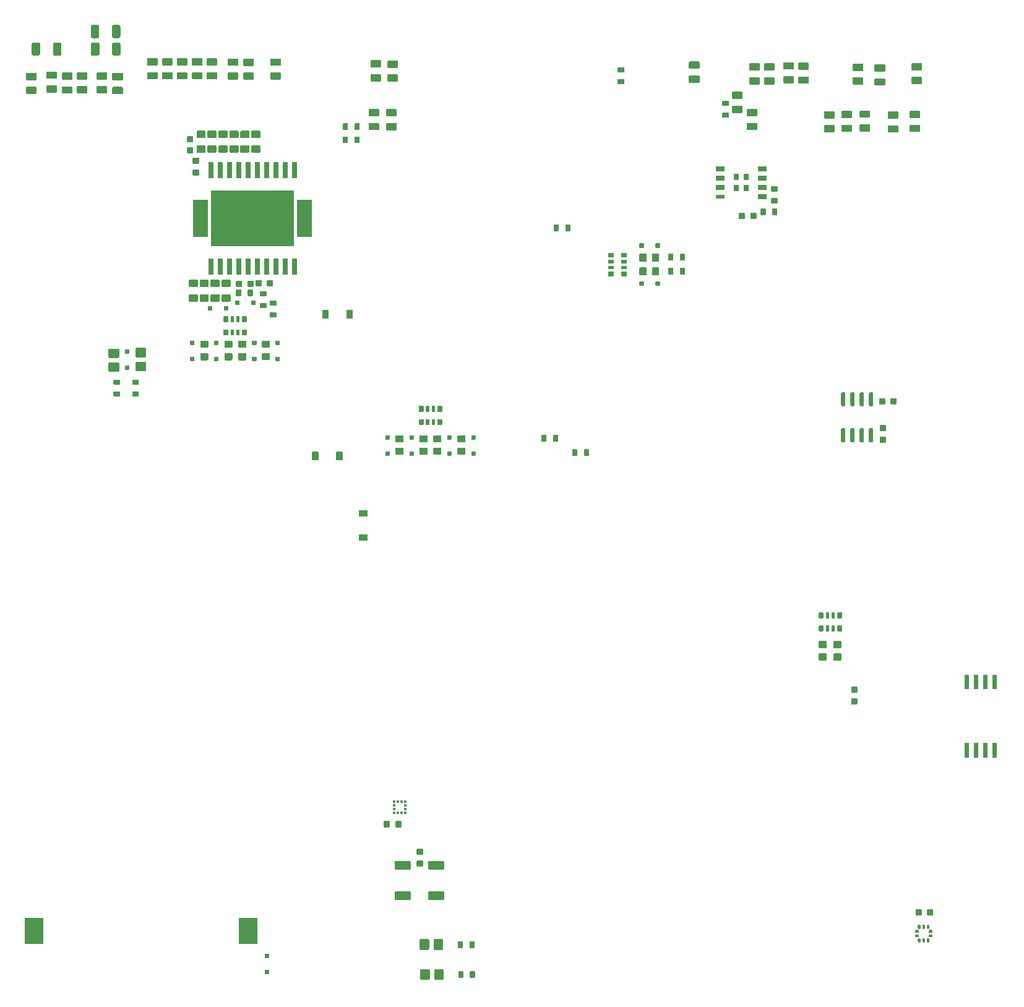
<source format=gtp>
G04 #@! TF.GenerationSoftware,KiCad,Pcbnew,8.0.3-8.0.3-0~ubuntu22.04.1*
G04 #@! TF.CreationDate,2024-06-24T03:32:25+00:00*
G04 #@! TF.ProjectId,hellen64_NA6_94,68656c6c-656e-4363-945f-4e41365f3934,b*
G04 #@! TF.SameCoordinates,PX141ef50PYa2cc1bc*
G04 #@! TF.FileFunction,Paste,Top*
G04 #@! TF.FilePolarity,Positive*
%FSLAX46Y46*%
G04 Gerber Fmt 4.6, Leading zero omitted, Abs format (unit mm)*
G04 Created by KiCad (PCBNEW 8.0.3-8.0.3-0~ubuntu22.04.1) date 2024-06-24 03:32:25*
%MOMM*%
%LPD*%
G01*
G04 APERTURE LIST*
%ADD10O,0.000001X0.000001*%
%ADD11R,0.375000X0.350000*%
%ADD12R,0.350000X0.375000*%
%ADD13R,2.600000X3.600000*%
%ADD14R,1.310000X0.650000*%
%ADD15R,1.310000X0.600000*%
%ADD16R,0.795000X0.900000*%
%ADD17R,0.800000X2.200000*%
%ADD18R,2.032000X5.080000*%
%ADD19R,11.430000X7.620000*%
G04 APERTURE END LIST*
D10*
G04 #@! TO.C,M4*
X82218547Y19395047D03*
X82988541Y4570030D03*
X89968539Y5845064D03*
G04 #@! TD*
G04 #@! TO.C,R57*
G36*
G01*
X58321680Y120375340D02*
X58321680Y119595340D01*
G75*
G02*
X58251680Y119525340I-70000J0D01*
G01*
X57691680Y119525340D01*
G75*
G02*
X57621680Y119595340I0J70000D01*
G01*
X57621680Y120375340D01*
G75*
G02*
X57691680Y120445340I70000J0D01*
G01*
X58251680Y120445340D01*
G75*
G02*
X58321680Y120375340I0J-70000D01*
G01*
G37*
G36*
G01*
X56721680Y120375340D02*
X56721680Y119595340D01*
G75*
G02*
X56651680Y119525340I-70000J0D01*
G01*
X56091680Y119525340D01*
G75*
G02*
X56021680Y119595340I0J70000D01*
G01*
X56021680Y120375340D01*
G75*
G02*
X56091680Y120445340I70000J0D01*
G01*
X56651680Y120445340D01*
G75*
G02*
X56721680Y120375340I0J-70000D01*
G01*
G37*
G04 #@! TD*
G04 #@! TO.C,R8*
G36*
G01*
X60886680Y121305339D02*
X59636680Y121305339D01*
G75*
G02*
X59536680Y121405339I0J100000D01*
G01*
X59536680Y122205339D01*
G75*
G02*
X59636680Y122305339I100000J0D01*
G01*
X60886680Y122305339D01*
G75*
G02*
X60986680Y122205339I0J-100000D01*
G01*
X60986680Y121405339D01*
G75*
G02*
X60886680Y121305339I-100000J0D01*
G01*
G37*
G36*
G01*
X60886680Y123205361D02*
X59636680Y123205361D01*
G75*
G02*
X59536680Y123305361I0J100000D01*
G01*
X59536680Y124105361D01*
G75*
G02*
X59636680Y124205361I100000J0D01*
G01*
X60886680Y124205361D01*
G75*
G02*
X60986680Y124105361I0J-100000D01*
G01*
X60986680Y123305361D01*
G75*
G02*
X60886680Y123205361I-100000J0D01*
G01*
G37*
G04 #@! TD*
G04 #@! TO.C,R32*
G36*
G01*
X38726680Y128255339D02*
X37476680Y128255339D01*
G75*
G02*
X37376680Y128355339I0J100000D01*
G01*
X37376680Y129155339D01*
G75*
G02*
X37476680Y129255339I100000J0D01*
G01*
X38726680Y129255339D01*
G75*
G02*
X38826680Y129155339I0J-100000D01*
G01*
X38826680Y128355339D01*
G75*
G02*
X38726680Y128255339I-100000J0D01*
G01*
G37*
G36*
G01*
X38726680Y130155361D02*
X37476680Y130155361D01*
G75*
G02*
X37376680Y130255361I0J100000D01*
G01*
X37376680Y131055361D01*
G75*
G02*
X37476680Y131155361I100000J0D01*
G01*
X38726680Y131155361D01*
G75*
G02*
X38826680Y131055361I0J-100000D01*
G01*
X38826680Y130255361D01*
G75*
G02*
X38726680Y130155361I-100000J0D01*
G01*
G37*
G04 #@! TD*
G04 #@! TO.C,R2*
G36*
G01*
X24710000Y87162500D02*
X25490000Y87162500D01*
G75*
G02*
X25560000Y87092500I0J-70000D01*
G01*
X25560000Y86532500D01*
G75*
G02*
X25490000Y86462500I-70000J0D01*
G01*
X24710000Y86462500D01*
G75*
G02*
X24640000Y86532500I0J70000D01*
G01*
X24640000Y87092500D01*
G75*
G02*
X24710000Y87162500I70000J0D01*
G01*
G37*
G36*
G01*
X24710000Y85562500D02*
X25490000Y85562500D01*
G75*
G02*
X25560000Y85492500I0J-70000D01*
G01*
X25560000Y84932500D01*
G75*
G02*
X25490000Y84862500I-70000J0D01*
G01*
X24710000Y84862500D01*
G75*
G02*
X24640000Y84932500I0J70000D01*
G01*
X24640000Y85492500D01*
G75*
G02*
X24710000Y85562500I70000J0D01*
G01*
G37*
G04 #@! TD*
G04 #@! TO.C,R4*
G36*
G01*
X113181680Y109745340D02*
X113181680Y110525340D01*
G75*
G02*
X113251680Y110595340I70000J0D01*
G01*
X113811680Y110595340D01*
G75*
G02*
X113881680Y110525340I0J-70000D01*
G01*
X113881680Y109745340D01*
G75*
G02*
X113811680Y109675340I-70000J0D01*
G01*
X113251680Y109675340D01*
G75*
G02*
X113181680Y109745340I0J70000D01*
G01*
G37*
G36*
G01*
X114781680Y109745340D02*
X114781680Y110525340D01*
G75*
G02*
X114851680Y110595340I70000J0D01*
G01*
X115411680Y110595340D01*
G75*
G02*
X115481680Y110525340I0J-70000D01*
G01*
X115481680Y109745340D01*
G75*
G02*
X115411680Y109675340I-70000J0D01*
G01*
X114851680Y109675340D01*
G75*
G02*
X114781680Y109745340I0J70000D01*
G01*
G37*
G04 #@! TD*
G04 #@! TO.C,C3*
G36*
G01*
X61596678Y25965340D02*
X61596678Y26645340D01*
G75*
G02*
X61681678Y26730340I85000J0D01*
G01*
X62361678Y26730340D01*
G75*
G02*
X62446678Y26645340I0J-85000D01*
G01*
X62446678Y25965340D01*
G75*
G02*
X62361678Y25880340I-85000J0D01*
G01*
X61681678Y25880340D01*
G75*
G02*
X61596678Y25965340I0J85000D01*
G01*
G37*
G36*
G01*
X63176680Y25965340D02*
X63176680Y26645340D01*
G75*
G02*
X63261680Y26730340I85000J0D01*
G01*
X63941680Y26730340D01*
G75*
G02*
X64026680Y26645340I0J-85000D01*
G01*
X64026680Y25965340D01*
G75*
G02*
X63941680Y25880340I-85000J0D01*
G01*
X63261680Y25880340D01*
G75*
G02*
X63176680Y25965340I0J85000D01*
G01*
G37*
G04 #@! TD*
G04 #@! TO.C,R9*
G36*
G01*
X44731680Y99275340D02*
X45511680Y99275340D01*
G75*
G02*
X45581680Y99205340I0J-70000D01*
G01*
X45581680Y98645340D01*
G75*
G02*
X45511680Y98575340I-70000J0D01*
G01*
X44731680Y98575340D01*
G75*
G02*
X44661680Y98645340I0J70000D01*
G01*
X44661680Y99205340D01*
G75*
G02*
X44731680Y99275340I70000J0D01*
G01*
G37*
G36*
G01*
X44731680Y97675340D02*
X45511680Y97675340D01*
G75*
G02*
X45581680Y97605340I0J-70000D01*
G01*
X45581680Y97045340D01*
G75*
G02*
X45511680Y96975340I-70000J0D01*
G01*
X44731680Y96975340D01*
G75*
G02*
X44661680Y97045340I0J70000D01*
G01*
X44661680Y97605340D01*
G75*
G02*
X44731680Y97675340I70000J0D01*
G01*
G37*
G04 #@! TD*
G04 #@! TO.C,R21*
G36*
G01*
X108791680Y123005340D02*
X108011680Y123005340D01*
G75*
G02*
X107941680Y123075340I0J70000D01*
G01*
X107941680Y123635340D01*
G75*
G02*
X108011680Y123705340I70000J0D01*
G01*
X108791680Y123705340D01*
G75*
G02*
X108861680Y123635340I0J-70000D01*
G01*
X108861680Y123075340D01*
G75*
G02*
X108791680Y123005340I-70000J0D01*
G01*
G37*
G36*
G01*
X108791680Y124605340D02*
X108011680Y124605340D01*
G75*
G02*
X107941680Y124675340I0J70000D01*
G01*
X107941680Y125235340D01*
G75*
G02*
X108011680Y125305340I70000J0D01*
G01*
X108791680Y125305340D01*
G75*
G02*
X108861680Y125235340I0J-70000D01*
G01*
X108861680Y124675340D01*
G75*
G02*
X108791680Y124605340I-70000J0D01*
G01*
G37*
G04 #@! TD*
G04 #@! TO.C,M5*
X57244999Y68321715D03*
G04 #@! TD*
G04 #@! TO.C,R36*
G36*
G01*
X30576680Y128255339D02*
X29326680Y128255339D01*
G75*
G02*
X29226680Y128355339I0J100000D01*
G01*
X29226680Y129155339D01*
G75*
G02*
X29326680Y129255339I100000J0D01*
G01*
X30576680Y129255339D01*
G75*
G02*
X30676680Y129155339I0J-100000D01*
G01*
X30676680Y128355339D01*
G75*
G02*
X30576680Y128255339I-100000J0D01*
G01*
G37*
G36*
G01*
X30576680Y130155361D02*
X29326680Y130155361D01*
G75*
G02*
X29226680Y130255361I0J100000D01*
G01*
X29226680Y131055361D01*
G75*
G02*
X29326680Y131155361I100000J0D01*
G01*
X30576680Y131155361D01*
G75*
G02*
X30676680Y131055361I0J-100000D01*
G01*
X30676680Y130255361D01*
G75*
G02*
X30576680Y130155361I-100000J0D01*
G01*
G37*
G04 #@! TD*
G04 #@! TO.C,D1*
G36*
G01*
X67906019Y6350340D02*
X67906019Y5110340D01*
G75*
G02*
X67776019Y4980340I-130000J0D01*
G01*
X66736019Y4980340D01*
G75*
G02*
X66606019Y5110340I0J130000D01*
G01*
X66606019Y6350340D01*
G75*
G02*
X66736019Y6480340I130000J0D01*
G01*
X67776019Y6480340D01*
G75*
G02*
X67906019Y6350340I0J-130000D01*
G01*
G37*
G36*
G01*
X69806040Y6350340D02*
X69806040Y5110340D01*
G75*
G02*
X69676040Y4980340I-130000J0D01*
G01*
X68636040Y4980340D01*
G75*
G02*
X68506040Y5110340I0J130000D01*
G01*
X68506040Y6350340D01*
G75*
G02*
X68636040Y6480340I130000J0D01*
G01*
X69676040Y6480340D01*
G75*
G02*
X69806040Y6350340I0J-130000D01*
G01*
G37*
G04 #@! TD*
G04 #@! TO.C,R48*
G36*
G01*
X112976680Y127555339D02*
X111726680Y127555339D01*
G75*
G02*
X111626680Y127655339I0J100000D01*
G01*
X111626680Y128455339D01*
G75*
G02*
X111726680Y128555339I100000J0D01*
G01*
X112976680Y128555339D01*
G75*
G02*
X113076680Y128455339I0J-100000D01*
G01*
X113076680Y127655339D01*
G75*
G02*
X112976680Y127555339I-100000J0D01*
G01*
G37*
G36*
G01*
X112976680Y129455361D02*
X111726680Y129455361D01*
G75*
G02*
X111626680Y129555361I0J100000D01*
G01*
X111626680Y130355361D01*
G75*
G02*
X111726680Y130455361I100000J0D01*
G01*
X112976680Y130455361D01*
G75*
G02*
X113076680Y130355361I0J-100000D01*
G01*
X113076680Y129555361D01*
G75*
G02*
X112976680Y129455361I-100000J0D01*
G01*
G37*
G04 #@! TD*
G04 #@! TO.C,D15*
G36*
G01*
X62411889Y79496090D02*
X62411889Y79016090D01*
G75*
G02*
X62351889Y78956090I-60000J0D01*
G01*
X61871889Y78956090D01*
G75*
G02*
X61811889Y79016090I0J60000D01*
G01*
X61811889Y79496090D01*
G75*
G02*
X61871889Y79556090I60000J0D01*
G01*
X62351889Y79556090D01*
G75*
G02*
X62411889Y79496090I0J-60000D01*
G01*
G37*
G36*
G01*
X62411889Y77296090D02*
X62411889Y76816090D01*
G75*
G02*
X62351889Y76756090I-60000J0D01*
G01*
X61871889Y76756090D01*
G75*
G02*
X61811889Y76816090I0J60000D01*
G01*
X61811889Y77296090D01*
G75*
G02*
X61871889Y77356090I60000J0D01*
G01*
X62351889Y77356090D01*
G75*
G02*
X62411889Y77296090I0J-60000D01*
G01*
G37*
G04 #@! TD*
G04 #@! TO.C,C7*
G36*
G01*
X34790197Y120526785D02*
X35470197Y120526785D01*
G75*
G02*
X35555197Y120441785I0J-85000D01*
G01*
X35555197Y119761785D01*
G75*
G02*
X35470197Y119676785I-85000J0D01*
G01*
X34790197Y119676785D01*
G75*
G02*
X34705197Y119761785I0J85000D01*
G01*
X34705197Y120441785D01*
G75*
G02*
X34790197Y120526785I85000J0D01*
G01*
G37*
G36*
G01*
X34790197Y118946783D02*
X35470197Y118946783D01*
G75*
G02*
X35555197Y118861783I0J-85000D01*
G01*
X35555197Y118181783D01*
G75*
G02*
X35470197Y118096783I-85000J0D01*
G01*
X34790197Y118096783D01*
G75*
G02*
X34705197Y118181783I0J85000D01*
G01*
X34705197Y118861783D01*
G75*
G02*
X34790197Y118946783I85000J0D01*
G01*
G37*
G04 #@! TD*
G04 #@! TO.C,C1*
G36*
G01*
X66211680Y22945341D02*
X66891680Y22945341D01*
G75*
G02*
X66976680Y22860341I0J-85000D01*
G01*
X66976680Y22180341D01*
G75*
G02*
X66891680Y22095341I-85000J0D01*
G01*
X66211680Y22095341D01*
G75*
G02*
X66126680Y22180341I0J85000D01*
G01*
X66126680Y22860341D01*
G75*
G02*
X66211680Y22945341I85000J0D01*
G01*
G37*
G36*
G01*
X66211680Y21365339D02*
X66891680Y21365339D01*
G75*
G02*
X66976680Y21280339I0J-85000D01*
G01*
X66976680Y20600339D01*
G75*
G02*
X66891680Y20515339I-85000J0D01*
G01*
X66211680Y20515339D01*
G75*
G02*
X66126680Y20600339I0J85000D01*
G01*
X66126680Y21280339D01*
G75*
G02*
X66211680Y21365339I85000J0D01*
G01*
G37*
G04 #@! TD*
G04 #@! TO.C,F3*
G36*
G01*
X22446670Y133905340D02*
X21756670Y133905340D01*
G75*
G02*
X21526670Y134135340I0J230000D01*
G01*
X21526670Y135475340D01*
G75*
G02*
X21756670Y135705340I230000J0D01*
G01*
X22446670Y135705340D01*
G75*
G02*
X22676670Y135475340I0J-230000D01*
G01*
X22676670Y134135340D01*
G75*
G02*
X22446670Y133905340I-230000J0D01*
G01*
G37*
G36*
G01*
X25346690Y133905340D02*
X24656690Y133905340D01*
G75*
G02*
X24426690Y134135340I0J230000D01*
G01*
X24426690Y135475340D01*
G75*
G02*
X24656690Y135705340I230000J0D01*
G01*
X25346690Y135705340D01*
G75*
G02*
X25576690Y135475340I0J-230000D01*
G01*
X25576690Y134135340D01*
G75*
G02*
X25346690Y133905340I-230000J0D01*
G01*
G37*
G04 #@! TD*
G04 #@! TO.C,S1*
G36*
G01*
X63221680Y21305341D02*
X65181680Y21305341D01*
G75*
G02*
X65301680Y21185341I0J-120000D01*
G01*
X65301680Y20225341D01*
G75*
G02*
X65181680Y20105341I-120000J0D01*
G01*
X63221680Y20105341D01*
G75*
G02*
X63101680Y20225341I0J120000D01*
G01*
X63101680Y21185341D01*
G75*
G02*
X63221680Y21305341I120000J0D01*
G01*
G37*
G36*
G01*
X63221680Y17105340D02*
X65181680Y17105340D01*
G75*
G02*
X65301680Y16985340I0J-120000D01*
G01*
X65301680Y16025340D01*
G75*
G02*
X65181680Y15905340I-120000J0D01*
G01*
X63221680Y15905340D01*
G75*
G02*
X63101680Y16025340I0J120000D01*
G01*
X63101680Y16985340D01*
G75*
G02*
X63221680Y17105340I120000J0D01*
G01*
G37*
G04 #@! TD*
G04 #@! TO.C,D6*
G36*
G01*
X71811891Y79556089D02*
X72711891Y79556089D01*
G75*
G02*
X72811891Y79456089I0J-100000D01*
G01*
X72811891Y78656089D01*
G75*
G02*
X72711891Y78556089I-100000J0D01*
G01*
X71811891Y78556089D01*
G75*
G02*
X71711891Y78656089I0J100000D01*
G01*
X71711891Y79456089D01*
G75*
G02*
X71811891Y79556089I100000J0D01*
G01*
G37*
G36*
G01*
X71811891Y77856089D02*
X72711891Y77856089D01*
G75*
G02*
X72811891Y77756089I0J-100000D01*
G01*
X72811891Y76956089D01*
G75*
G02*
X72711891Y76856089I-100000J0D01*
G01*
X71811891Y76856089D01*
G75*
G02*
X71711891Y76956089I0J100000D01*
G01*
X71711891Y77756089D01*
G75*
G02*
X71811891Y77856089I100000J0D01*
G01*
G37*
G04 #@! TD*
G04 #@! TO.C,C4*
G36*
G01*
X131806682Y84545340D02*
X131806682Y83865340D01*
G75*
G02*
X131721682Y83780340I-85000J0D01*
G01*
X131041682Y83780340D01*
G75*
G02*
X130956682Y83865340I0J85000D01*
G01*
X130956682Y84545340D01*
G75*
G02*
X131041682Y84630340I85000J0D01*
G01*
X131721682Y84630340D01*
G75*
G02*
X131806682Y84545340I0J-85000D01*
G01*
G37*
G36*
G01*
X130226680Y84545340D02*
X130226680Y83865340D01*
G75*
G02*
X130141680Y83780340I-85000J0D01*
G01*
X129461680Y83780340D01*
G75*
G02*
X129376680Y83865340I0J85000D01*
G01*
X129376680Y84545340D01*
G75*
G02*
X129461680Y84630340I85000J0D01*
G01*
X130141680Y84630340D01*
G75*
G02*
X130226680Y84545340I0J-85000D01*
G01*
G37*
G04 #@! TD*
G04 #@! TO.C,R24*
G36*
G01*
X112626680Y121305339D02*
X111376680Y121305339D01*
G75*
G02*
X111276680Y121405339I0J100000D01*
G01*
X111276680Y122205339D01*
G75*
G02*
X111376680Y122305339I100000J0D01*
G01*
X112626680Y122305339D01*
G75*
G02*
X112726680Y122205339I0J-100000D01*
G01*
X112726680Y121405339D01*
G75*
G02*
X112626680Y121305339I-100000J0D01*
G01*
G37*
G36*
G01*
X112626680Y123205361D02*
X111376680Y123205361D01*
G75*
G02*
X111276680Y123305361I0J100000D01*
G01*
X111276680Y124105361D01*
G75*
G02*
X111376680Y124205361I100000J0D01*
G01*
X112626680Y124205361D01*
G75*
G02*
X112726680Y124105361I0J-100000D01*
G01*
X112726680Y123305361D01*
G75*
G02*
X112626680Y123205361I-100000J0D01*
G01*
G37*
G04 #@! TD*
G04 #@! TO.C,D28*
G36*
G01*
X55996680Y77215340D02*
X55996680Y76195340D01*
G75*
G02*
X55906680Y76105340I-90000J0D01*
G01*
X55186680Y76105340D01*
G75*
G02*
X55096680Y76195340I0J90000D01*
G01*
X55096680Y77215340D01*
G75*
G02*
X55186680Y77305340I90000J0D01*
G01*
X55906680Y77305340D01*
G75*
G02*
X55996680Y77215340I0J-90000D01*
G01*
G37*
G36*
G01*
X52696680Y77215340D02*
X52696680Y76195340D01*
G75*
G02*
X52606680Y76105340I-90000J0D01*
G01*
X51886680Y76105340D01*
G75*
G02*
X51796680Y76195340I0J90000D01*
G01*
X51796680Y77215340D01*
G75*
G02*
X51886680Y77305340I90000J0D01*
G01*
X52606680Y77305340D01*
G75*
G02*
X52696680Y77215340I0J-90000D01*
G01*
G37*
G04 #@! TD*
G04 #@! TO.C,R33*
G36*
G01*
X32626680Y128255339D02*
X31376680Y128255339D01*
G75*
G02*
X31276680Y128355339I0J100000D01*
G01*
X31276680Y129155339D01*
G75*
G02*
X31376680Y129255339I100000J0D01*
G01*
X32626680Y129255339D01*
G75*
G02*
X32726680Y129155339I0J-100000D01*
G01*
X32726680Y128355339D01*
G75*
G02*
X32626680Y128255339I-100000J0D01*
G01*
G37*
G36*
G01*
X32626680Y130155361D02*
X31376680Y130155361D01*
G75*
G02*
X31276680Y130255361I0J100000D01*
G01*
X31276680Y131055361D01*
G75*
G02*
X31376680Y131155361I100000J0D01*
G01*
X32626680Y131155361D01*
G75*
G02*
X32726680Y131055361I0J-100000D01*
G01*
X32726680Y130255361D01*
G75*
G02*
X32626680Y130155361I-100000J0D01*
G01*
G37*
G04 #@! TD*
G04 #@! TO.C,D12*
G36*
G01*
X74199386Y79494591D02*
X74199386Y79014591D01*
G75*
G02*
X74139386Y78954591I-60000J0D01*
G01*
X73659386Y78954591D01*
G75*
G02*
X73599386Y79014591I0J60000D01*
G01*
X73599386Y79494591D01*
G75*
G02*
X73659386Y79554591I60000J0D01*
G01*
X74139386Y79554591D01*
G75*
G02*
X74199386Y79494591I0J-60000D01*
G01*
G37*
G36*
G01*
X74199386Y77294591D02*
X74199386Y76814591D01*
G75*
G02*
X74139386Y76754591I-60000J0D01*
G01*
X73659386Y76754591D01*
G75*
G02*
X73599386Y76814591I0J60000D01*
G01*
X73599386Y77294591D01*
G75*
G02*
X73659386Y77354591I60000J0D01*
G01*
X74139386Y77354591D01*
G75*
G02*
X74199386Y77294591I0J-60000D01*
G01*
G37*
G04 #@! TD*
G04 #@! TO.C,R42*
G36*
G01*
X14016221Y126259437D02*
X12766221Y126259437D01*
G75*
G02*
X12666221Y126359437I0J100000D01*
G01*
X12666221Y127159437D01*
G75*
G02*
X12766221Y127259437I100000J0D01*
G01*
X14016221Y127259437D01*
G75*
G02*
X14116221Y127159437I0J-100000D01*
G01*
X14116221Y126359437D01*
G75*
G02*
X14016221Y126259437I-100000J0D01*
G01*
G37*
G36*
G01*
X14016221Y128159459D02*
X12766221Y128159459D01*
G75*
G02*
X12666221Y128259459I0J100000D01*
G01*
X12666221Y129059459D01*
G75*
G02*
X12766221Y129159459I100000J0D01*
G01*
X14016221Y129159459D01*
G75*
G02*
X14116221Y129059459I0J-100000D01*
G01*
X14116221Y128259459D01*
G75*
G02*
X14016221Y128159459I-100000J0D01*
G01*
G37*
G04 #@! TD*
G04 #@! TO.C,D22*
G36*
G01*
X38989177Y92443841D02*
X38989177Y91963841D01*
G75*
G02*
X38929177Y91903841I-60000J0D01*
G01*
X38449177Y91903841D01*
G75*
G02*
X38389177Y91963841I0J60000D01*
G01*
X38389177Y92443841D01*
G75*
G02*
X38449177Y92503841I60000J0D01*
G01*
X38929177Y92503841D01*
G75*
G02*
X38989177Y92443841I0J-60000D01*
G01*
G37*
G36*
G01*
X38989177Y90243841D02*
X38989177Y89763841D01*
G75*
G02*
X38929177Y89703841I-60000J0D01*
G01*
X38449177Y89703841D01*
G75*
G02*
X38389177Y89763841I0J60000D01*
G01*
X38389177Y90243841D01*
G75*
G02*
X38449177Y90303841I60000J0D01*
G01*
X38929177Y90303841D01*
G75*
G02*
X38989177Y90243841I0J-60000D01*
G01*
G37*
G04 #@! TD*
G04 #@! TO.C,D11*
G36*
G01*
X28995000Y90212521D02*
X27755000Y90212521D01*
G75*
G02*
X27625000Y90342521I0J130000D01*
G01*
X27625000Y91382521D01*
G75*
G02*
X27755000Y91512521I130000J0D01*
G01*
X28995000Y91512521D01*
G75*
G02*
X29125000Y91382521I0J-130000D01*
G01*
X29125000Y90342521D01*
G75*
G02*
X28995000Y90212521I-130000J0D01*
G01*
G37*
G36*
G01*
X28995000Y88312500D02*
X27755000Y88312500D01*
G75*
G02*
X27625000Y88442500I0J130000D01*
G01*
X27625000Y89482500D01*
G75*
G02*
X27755000Y89612500I130000J0D01*
G01*
X28995000Y89612500D01*
G75*
G02*
X29125000Y89482500I0J-130000D01*
G01*
X29125000Y88442500D01*
G75*
G02*
X28995000Y88312500I-130000J0D01*
G01*
G37*
G04 #@! TD*
G04 #@! TO.C,C17*
G36*
G01*
X39526680Y100830340D02*
X40576680Y100830340D01*
G75*
G02*
X40676680Y100730340I0J-100000D01*
G01*
X40676680Y99930340D01*
G75*
G02*
X40576680Y99830340I-100000J0D01*
G01*
X39526680Y99830340D01*
G75*
G02*
X39426680Y99930340I0J100000D01*
G01*
X39426680Y100730340D01*
G75*
G02*
X39526680Y100830340I100000J0D01*
G01*
G37*
G36*
G01*
X39526680Y98830340D02*
X40576680Y98830340D01*
G75*
G02*
X40676680Y98730340I0J-100000D01*
G01*
X40676680Y97930340D01*
G75*
G02*
X40576680Y97830340I-100000J0D01*
G01*
X39526680Y97830340D01*
G75*
G02*
X39426680Y97930340I0J100000D01*
G01*
X39426680Y98730340D01*
G75*
G02*
X39526680Y98830340I100000J0D01*
G01*
G37*
G04 #@! TD*
G04 #@! TO.C,R11*
G36*
G01*
X93671680Y129895340D02*
X94451680Y129895340D01*
G75*
G02*
X94521680Y129825340I0J-70000D01*
G01*
X94521680Y129265340D01*
G75*
G02*
X94451680Y129195340I-70000J0D01*
G01*
X93671680Y129195340D01*
G75*
G02*
X93601680Y129265340I0J70000D01*
G01*
X93601680Y129825340D01*
G75*
G02*
X93671680Y129895340I70000J0D01*
G01*
G37*
G36*
G01*
X93671680Y128295340D02*
X94451680Y128295340D01*
G75*
G02*
X94521680Y128225340I0J-70000D01*
G01*
X94521680Y127665340D01*
G75*
G02*
X94451680Y127595340I-70000J0D01*
G01*
X93671680Y127595340D01*
G75*
G02*
X93601680Y127665340I0J70000D01*
G01*
X93601680Y128225340D01*
G75*
G02*
X93671680Y128295340I70000J0D01*
G01*
G37*
G04 #@! TD*
G04 #@! TO.C,R6*
G36*
G01*
X69611889Y83491090D02*
X69611889Y82821090D01*
G75*
G02*
X69546889Y82756090I-65000J0D01*
G01*
X69026889Y82756090D01*
G75*
G02*
X68961889Y82821090I0J65000D01*
G01*
X68961889Y83491090D01*
G75*
G02*
X69026889Y83556090I65000J0D01*
G01*
X69546889Y83556090D01*
G75*
G02*
X69611889Y83491090I0J-65000D01*
G01*
G37*
G36*
G01*
X68636889Y83511090D02*
X68636889Y82801090D01*
G75*
G02*
X68591889Y82756090I-45000J0D01*
G01*
X68231889Y82756090D01*
G75*
G02*
X68186889Y82801090I0J45000D01*
G01*
X68186889Y83511090D01*
G75*
G02*
X68231889Y83556090I45000J0D01*
G01*
X68591889Y83556090D01*
G75*
G02*
X68636889Y83511090I0J-45000D01*
G01*
G37*
G36*
G01*
X67836889Y83511090D02*
X67836889Y82801090D01*
G75*
G02*
X67791889Y82756090I-45000J0D01*
G01*
X67431889Y82756090D01*
G75*
G02*
X67386889Y82801090I0J45000D01*
G01*
X67386889Y83511090D01*
G75*
G02*
X67431889Y83556090I45000J0D01*
G01*
X67791889Y83556090D01*
G75*
G02*
X67836889Y83511090I0J-45000D01*
G01*
G37*
G36*
G01*
X67061889Y83491090D02*
X67061889Y82821090D01*
G75*
G02*
X66996889Y82756090I-65000J0D01*
G01*
X66476889Y82756090D01*
G75*
G02*
X66411889Y82821090I0J65000D01*
G01*
X66411889Y83491090D01*
G75*
G02*
X66476889Y83556090I65000J0D01*
G01*
X66996889Y83556090D01*
G75*
G02*
X67061889Y83491090I0J-65000D01*
G01*
G37*
G36*
G01*
X67061889Y81691090D02*
X67061889Y81021090D01*
G75*
G02*
X66996889Y80956090I-65000J0D01*
G01*
X66476889Y80956090D01*
G75*
G02*
X66411889Y81021090I0J65000D01*
G01*
X66411889Y81691090D01*
G75*
G02*
X66476889Y81756090I65000J0D01*
G01*
X66996889Y81756090D01*
G75*
G02*
X67061889Y81691090I0J-65000D01*
G01*
G37*
G36*
G01*
X67836889Y81711090D02*
X67836889Y81001090D01*
G75*
G02*
X67791889Y80956090I-45000J0D01*
G01*
X67431889Y80956090D01*
G75*
G02*
X67386889Y81001090I0J45000D01*
G01*
X67386889Y81711090D01*
G75*
G02*
X67431889Y81756090I45000J0D01*
G01*
X67791889Y81756090D01*
G75*
G02*
X67836889Y81711090I0J-45000D01*
G01*
G37*
G36*
G01*
X68636889Y81711090D02*
X68636889Y81001090D01*
G75*
G02*
X68591889Y80956090I-45000J0D01*
G01*
X68231889Y80956090D01*
G75*
G02*
X68186889Y81001090I0J45000D01*
G01*
X68186889Y81711090D01*
G75*
G02*
X68231889Y81756090I45000J0D01*
G01*
X68591889Y81756090D01*
G75*
G02*
X68636889Y81711090I0J-45000D01*
G01*
G37*
G36*
G01*
X69611889Y81691090D02*
X69611889Y81021090D01*
G75*
G02*
X69546889Y80956090I-65000J0D01*
G01*
X69026889Y80956090D01*
G75*
G02*
X68961889Y81021090I0J65000D01*
G01*
X68961889Y81691090D01*
G75*
G02*
X69026889Y81756090I65000J0D01*
G01*
X69546889Y81756090D01*
G75*
G02*
X69611889Y81691090I0J-65000D01*
G01*
G37*
G04 #@! TD*
G04 #@! TO.C,R43*
G36*
G01*
X128076680Y121105339D02*
X126826680Y121105339D01*
G75*
G02*
X126726680Y121205339I0J100000D01*
G01*
X126726680Y122005339D01*
G75*
G02*
X126826680Y122105339I100000J0D01*
G01*
X128076680Y122105339D01*
G75*
G02*
X128176680Y122005339I0J-100000D01*
G01*
X128176680Y121205339D01*
G75*
G02*
X128076680Y121105339I-100000J0D01*
G01*
G37*
G36*
G01*
X128076680Y123005361D02*
X126826680Y123005361D01*
G75*
G02*
X126726680Y123105361I0J100000D01*
G01*
X126726680Y123905361D01*
G75*
G02*
X126826680Y124005361I100000J0D01*
G01*
X128076680Y124005361D01*
G75*
G02*
X128176680Y123905361I0J-100000D01*
G01*
X128176680Y123105361D01*
G75*
G02*
X128076680Y123005361I-100000J0D01*
G01*
G37*
G04 #@! TD*
G04 #@! TO.C,R55*
G36*
G01*
X87151680Y108345340D02*
X87151680Y107565340D01*
G75*
G02*
X87081680Y107495340I-70000J0D01*
G01*
X86521680Y107495340D01*
G75*
G02*
X86451680Y107565340I0J70000D01*
G01*
X86451680Y108345340D01*
G75*
G02*
X86521680Y108415340I70000J0D01*
G01*
X87081680Y108415340D01*
G75*
G02*
X87151680Y108345340I0J-70000D01*
G01*
G37*
G36*
G01*
X85551680Y108345340D02*
X85551680Y107565340D01*
G75*
G02*
X85481680Y107495340I-70000J0D01*
G01*
X84921680Y107495340D01*
G75*
G02*
X84851680Y107565340I0J70000D01*
G01*
X84851680Y108345340D01*
G75*
G02*
X84921680Y108415340I70000J0D01*
G01*
X85481680Y108415340D01*
G75*
G02*
X85551680Y108345340I0J-70000D01*
G01*
G37*
G04 #@! TD*
G04 #@! TO.C,R52*
G36*
G01*
X63306680Y121295339D02*
X62056680Y121295339D01*
G75*
G02*
X61956680Y121395339I0J100000D01*
G01*
X61956680Y122195339D01*
G75*
G02*
X62056680Y122295339I100000J0D01*
G01*
X63306680Y122295339D01*
G75*
G02*
X63406680Y122195339I0J-100000D01*
G01*
X63406680Y121395339D01*
G75*
G02*
X63306680Y121295339I-100000J0D01*
G01*
G37*
G36*
G01*
X63306680Y123195361D02*
X62056680Y123195361D01*
G75*
G02*
X61956680Y123295361I0J100000D01*
G01*
X61956680Y124095361D01*
G75*
G02*
X62056680Y124195361I100000J0D01*
G01*
X63306680Y124195361D01*
G75*
G02*
X63406680Y124095361I0J-100000D01*
G01*
X63406680Y123295361D01*
G75*
G02*
X63306680Y123195361I-100000J0D01*
G01*
G37*
G04 #@! TD*
G04 #@! TO.C,D30*
G36*
G01*
X96662380Y100599897D02*
X97142380Y100599897D01*
G75*
G02*
X97202380Y100539897I0J-60000D01*
G01*
X97202380Y100059897D01*
G75*
G02*
X97142380Y99999897I-60000J0D01*
G01*
X96662380Y99999897D01*
G75*
G02*
X96602380Y100059897I0J60000D01*
G01*
X96602380Y100539897D01*
G75*
G02*
X96662380Y100599897I60000J0D01*
G01*
G37*
G36*
G01*
X98862380Y100599897D02*
X99342380Y100599897D01*
G75*
G02*
X99402380Y100539897I0J-60000D01*
G01*
X99402380Y100059897D01*
G75*
G02*
X99342380Y99999897I-60000J0D01*
G01*
X98862380Y99999897D01*
G75*
G02*
X98802380Y100059897I0J60000D01*
G01*
X98802380Y100539897D01*
G75*
G02*
X98862380Y100599897I60000J0D01*
G01*
G37*
G04 #@! TD*
G04 #@! TO.C,M8*
X58359046Y98199900D03*
G04 #@! TD*
G04 #@! TO.C,R17*
G36*
G01*
X130676680Y123865341D02*
X131926680Y123865341D01*
G75*
G02*
X132026680Y123765341I0J-100000D01*
G01*
X132026680Y122965341D01*
G75*
G02*
X131926680Y122865341I-100000J0D01*
G01*
X130676680Y122865341D01*
G75*
G02*
X130576680Y122965341I0J100000D01*
G01*
X130576680Y123765341D01*
G75*
G02*
X130676680Y123865341I100000J0D01*
G01*
G37*
G36*
G01*
X130676680Y121965319D02*
X131926680Y121965319D01*
G75*
G02*
X132026680Y121865319I0J-100000D01*
G01*
X132026680Y121065319D01*
G75*
G02*
X131926680Y120965319I-100000J0D01*
G01*
X130676680Y120965319D01*
G75*
G02*
X130576680Y121065319I0J100000D01*
G01*
X130576680Y121865319D01*
G75*
G02*
X130676680Y121965319I100000J0D01*
G01*
G37*
G04 #@! TD*
G04 #@! TO.C,M13*
X104618539Y19553554D03*
G04 #@! TD*
G04 #@! TO.C,S2*
G36*
G01*
X67796680Y21305341D02*
X69756680Y21305341D01*
G75*
G02*
X69876680Y21185341I0J-120000D01*
G01*
X69876680Y20225341D01*
G75*
G02*
X69756680Y20105341I-120000J0D01*
G01*
X67796680Y20105341D01*
G75*
G02*
X67676680Y20225341I0J120000D01*
G01*
X67676680Y21185341D01*
G75*
G02*
X67796680Y21305341I120000J0D01*
G01*
G37*
G36*
G01*
X67796680Y17105340D02*
X69756680Y17105340D01*
G75*
G02*
X69876680Y16985340I0J-120000D01*
G01*
X69876680Y16025340D01*
G75*
G02*
X69756680Y15905340I-120000J0D01*
G01*
X67796680Y15905340D01*
G75*
G02*
X67676680Y16025340I0J120000D01*
G01*
X67676680Y16985340D01*
G75*
G02*
X67796680Y17105340I120000J0D01*
G01*
G37*
G04 #@! TD*
G04 #@! TO.C,R40*
G36*
G01*
X18936680Y126305339D02*
X17686680Y126305339D01*
G75*
G02*
X17586680Y126405339I0J100000D01*
G01*
X17586680Y127205339D01*
G75*
G02*
X17686680Y127305339I100000J0D01*
G01*
X18936680Y127305339D01*
G75*
G02*
X19036680Y127205339I0J-100000D01*
G01*
X19036680Y126405339D01*
G75*
G02*
X18936680Y126305339I-100000J0D01*
G01*
G37*
G36*
G01*
X18936680Y128205361D02*
X17686680Y128205361D01*
G75*
G02*
X17586680Y128305361I0J100000D01*
G01*
X17586680Y129105361D01*
G75*
G02*
X17686680Y129205361I100000J0D01*
G01*
X18936680Y129205361D01*
G75*
G02*
X19036680Y129105361I0J-100000D01*
G01*
X19036680Y128305361D01*
G75*
G02*
X18936680Y128205361I-100000J0D01*
G01*
G37*
G04 #@! TD*
G04 #@! TO.C,D23*
G36*
G01*
X35701680Y92445340D02*
X35701680Y91965340D01*
G75*
G02*
X35641680Y91905340I-60000J0D01*
G01*
X35161680Y91905340D01*
G75*
G02*
X35101680Y91965340I0J60000D01*
G01*
X35101680Y92445340D01*
G75*
G02*
X35161680Y92505340I60000J0D01*
G01*
X35641680Y92505340D01*
G75*
G02*
X35701680Y92445340I0J-60000D01*
G01*
G37*
G36*
G01*
X35701680Y90245340D02*
X35701680Y89765340D01*
G75*
G02*
X35641680Y89705340I-60000J0D01*
G01*
X35161680Y89705340D01*
G75*
G02*
X35101680Y89765340I0J60000D01*
G01*
X35101680Y90245340D01*
G75*
G02*
X35161680Y90305340I60000J0D01*
G01*
X35641680Y90305340D01*
G75*
G02*
X35701680Y90245340I0J-60000D01*
G01*
G37*
G04 #@! TD*
G04 #@! TO.C,D26*
G36*
G01*
X96602381Y103412402D02*
X96602381Y104312402D01*
G75*
G02*
X96702381Y104412402I100000J0D01*
G01*
X97502381Y104412402D01*
G75*
G02*
X97602381Y104312402I0J-100000D01*
G01*
X97602381Y103412402D01*
G75*
G02*
X97502381Y103312402I-100000J0D01*
G01*
X96702381Y103312402D01*
G75*
G02*
X96602381Y103412402I0J100000D01*
G01*
G37*
G36*
G01*
X98302381Y103412402D02*
X98302381Y104312402D01*
G75*
G02*
X98402381Y104412402I100000J0D01*
G01*
X99202381Y104412402D01*
G75*
G02*
X99302381Y104312402I0J-100000D01*
G01*
X99302381Y103412402D01*
G75*
G02*
X99202381Y103312402I-100000J0D01*
G01*
X98402381Y103312402D01*
G75*
G02*
X98302381Y103412402I0J100000D01*
G01*
G37*
G04 #@! TD*
G04 #@! TO.C,C22*
G36*
G01*
X112616681Y109895340D02*
X112616681Y109215340D01*
G75*
G02*
X112531681Y109130340I-85000J0D01*
G01*
X111851681Y109130340D01*
G75*
G02*
X111766681Y109215340I0J85000D01*
G01*
X111766681Y109895340D01*
G75*
G02*
X111851681Y109980340I85000J0D01*
G01*
X112531681Y109980340D01*
G75*
G02*
X112616681Y109895340I0J-85000D01*
G01*
G37*
G36*
G01*
X111036679Y109895340D02*
X111036679Y109215340D01*
G75*
G02*
X110951679Y109130340I-85000J0D01*
G01*
X110271679Y109130340D01*
G75*
G02*
X110186679Y109215340I0J85000D01*
G01*
X110186679Y109895340D01*
G75*
G02*
X110271679Y109980340I85000J0D01*
G01*
X110951679Y109980340D01*
G75*
G02*
X111036679Y109895340I0J-85000D01*
G01*
G37*
G04 #@! TD*
G04 #@! TO.C,C16*
G36*
G01*
X43596680Y121225340D02*
X44646680Y121225340D01*
G75*
G02*
X44746680Y121125340I0J-100000D01*
G01*
X44746680Y120325340D01*
G75*
G02*
X44646680Y120225340I-100000J0D01*
G01*
X43596680Y120225340D01*
G75*
G02*
X43496680Y120325340I0J100000D01*
G01*
X43496680Y121125340D01*
G75*
G02*
X43596680Y121225340I100000J0D01*
G01*
G37*
G36*
G01*
X43596680Y119225340D02*
X44646680Y119225340D01*
G75*
G02*
X44746680Y119125340I0J-100000D01*
G01*
X44746680Y118325340D01*
G75*
G02*
X44646680Y118225340I-100000J0D01*
G01*
X43596680Y118225340D01*
G75*
G02*
X43496680Y118325340I0J100000D01*
G01*
X43496680Y119125340D01*
G75*
G02*
X43596680Y119225340I100000J0D01*
G01*
G37*
G04 #@! TD*
G04 #@! TO.C,R16*
G36*
G01*
X92367380Y104512400D02*
X93037380Y104512400D01*
G75*
G02*
X93102380Y104447400I0J-65000D01*
G01*
X93102380Y103927400D01*
G75*
G02*
X93037380Y103862400I-65000J0D01*
G01*
X92367380Y103862400D01*
G75*
G02*
X92302380Y103927400I0J65000D01*
G01*
X92302380Y104447400D01*
G75*
G02*
X92367380Y104512400I65000J0D01*
G01*
G37*
G36*
G01*
X92347380Y103537400D02*
X93057380Y103537400D01*
G75*
G02*
X93102380Y103492400I0J-45000D01*
G01*
X93102380Y103132400D01*
G75*
G02*
X93057380Y103087400I-45000J0D01*
G01*
X92347380Y103087400D01*
G75*
G02*
X92302380Y103132400I0J45000D01*
G01*
X92302380Y103492400D01*
G75*
G02*
X92347380Y103537400I45000J0D01*
G01*
G37*
G36*
G01*
X92347380Y102737400D02*
X93057380Y102737400D01*
G75*
G02*
X93102380Y102692400I0J-45000D01*
G01*
X93102380Y102332400D01*
G75*
G02*
X93057380Y102287400I-45000J0D01*
G01*
X92347380Y102287400D01*
G75*
G02*
X92302380Y102332400I0J45000D01*
G01*
X92302380Y102692400D01*
G75*
G02*
X92347380Y102737400I45000J0D01*
G01*
G37*
G36*
G01*
X92367380Y101962400D02*
X93037380Y101962400D01*
G75*
G02*
X93102380Y101897400I0J-65000D01*
G01*
X93102380Y101377400D01*
G75*
G02*
X93037380Y101312400I-65000J0D01*
G01*
X92367380Y101312400D01*
G75*
G02*
X92302380Y101377400I0J65000D01*
G01*
X92302380Y101897400D01*
G75*
G02*
X92367380Y101962400I65000J0D01*
G01*
G37*
G36*
G01*
X94167380Y101962400D02*
X94837380Y101962400D01*
G75*
G02*
X94902380Y101897400I0J-65000D01*
G01*
X94902380Y101377400D01*
G75*
G02*
X94837380Y101312400I-65000J0D01*
G01*
X94167380Y101312400D01*
G75*
G02*
X94102380Y101377400I0J65000D01*
G01*
X94102380Y101897400D01*
G75*
G02*
X94167380Y101962400I65000J0D01*
G01*
G37*
G36*
G01*
X94147380Y102737400D02*
X94857380Y102737400D01*
G75*
G02*
X94902380Y102692400I0J-45000D01*
G01*
X94902380Y102332400D01*
G75*
G02*
X94857380Y102287400I-45000J0D01*
G01*
X94147380Y102287400D01*
G75*
G02*
X94102380Y102332400I0J45000D01*
G01*
X94102380Y102692400D01*
G75*
G02*
X94147380Y102737400I45000J0D01*
G01*
G37*
G36*
G01*
X94147380Y103537400D02*
X94857380Y103537400D01*
G75*
G02*
X94902380Y103492400I0J-45000D01*
G01*
X94902380Y103132400D01*
G75*
G02*
X94857380Y103087400I-45000J0D01*
G01*
X94147380Y103087400D01*
G75*
G02*
X94102380Y103132400I0J45000D01*
G01*
X94102380Y103492400D01*
G75*
G02*
X94147380Y103537400I45000J0D01*
G01*
G37*
G36*
G01*
X94167380Y104512400D02*
X94837380Y104512400D01*
G75*
G02*
X94902380Y104447400I0J-65000D01*
G01*
X94902380Y103927400D01*
G75*
G02*
X94837380Y103862400I-65000J0D01*
G01*
X94167380Y103862400D01*
G75*
G02*
X94102380Y103927400I0J65000D01*
G01*
X94102380Y104447400D01*
G75*
G02*
X94167380Y104512400I65000J0D01*
G01*
G37*
G04 #@! TD*
G04 #@! TO.C,D9*
G36*
G01*
X63311891Y79556089D02*
X64211891Y79556089D01*
G75*
G02*
X64311891Y79456089I0J-100000D01*
G01*
X64311891Y78656089D01*
G75*
G02*
X64211891Y78556089I-100000J0D01*
G01*
X63311891Y78556089D01*
G75*
G02*
X63211891Y78656089I0J100000D01*
G01*
X63211891Y79456089D01*
G75*
G02*
X63311891Y79556089I100000J0D01*
G01*
G37*
G36*
G01*
X63311891Y77856089D02*
X64211891Y77856089D01*
G75*
G02*
X64311891Y77756089I0J-100000D01*
G01*
X64311891Y76956089D01*
G75*
G02*
X64211891Y76856089I-100000J0D01*
G01*
X63311891Y76856089D01*
G75*
G02*
X63211891Y76956089I0J100000D01*
G01*
X63211891Y77756089D01*
G75*
G02*
X63311891Y77856089I100000J0D01*
G01*
G37*
G04 #@! TD*
G04 #@! TO.C,D8*
G36*
G01*
X66611891Y79556089D02*
X67511891Y79556089D01*
G75*
G02*
X67611891Y79456089I0J-100000D01*
G01*
X67611891Y78656089D01*
G75*
G02*
X67511891Y78556089I-100000J0D01*
G01*
X66611891Y78556089D01*
G75*
G02*
X66511891Y78656089I0J100000D01*
G01*
X66511891Y79456089D01*
G75*
G02*
X66611891Y79556089I100000J0D01*
G01*
G37*
G36*
G01*
X66611891Y77856089D02*
X67511891Y77856089D01*
G75*
G02*
X67611891Y77756089I0J-100000D01*
G01*
X67611891Y76956089D01*
G75*
G02*
X67511891Y76856089I-100000J0D01*
G01*
X66611891Y76856089D01*
G75*
G02*
X66511891Y76956089I0J100000D01*
G01*
X66511891Y77756089D01*
G75*
G02*
X66611891Y77856089I100000J0D01*
G01*
G37*
G04 #@! TD*
G04 #@! TO.C,D14*
G36*
G01*
X65711889Y79496090D02*
X65711889Y79016090D01*
G75*
G02*
X65651889Y78956090I-60000J0D01*
G01*
X65171889Y78956090D01*
G75*
G02*
X65111889Y79016090I0J60000D01*
G01*
X65111889Y79496090D01*
G75*
G02*
X65171889Y79556090I60000J0D01*
G01*
X65651889Y79556090D01*
G75*
G02*
X65711889Y79496090I0J-60000D01*
G01*
G37*
G36*
G01*
X65711889Y77296090D02*
X65711889Y76816090D01*
G75*
G02*
X65651889Y76756090I-60000J0D01*
G01*
X65171889Y76756090D01*
G75*
G02*
X65111889Y76816090I0J60000D01*
G01*
X65111889Y77296090D01*
G75*
G02*
X65171889Y77356090I60000J0D01*
G01*
X65651889Y77356090D01*
G75*
G02*
X65711889Y77296090I0J-60000D01*
G01*
G37*
G04 #@! TD*
G04 #@! TO.C,C13*
G36*
G01*
X41646680Y118225340D02*
X40596680Y118225340D01*
G75*
G02*
X40496680Y118325340I0J100000D01*
G01*
X40496680Y119125340D01*
G75*
G02*
X40596680Y119225340I100000J0D01*
G01*
X41646680Y119225340D01*
G75*
G02*
X41746680Y119125340I0J-100000D01*
G01*
X41746680Y118325340D01*
G75*
G02*
X41646680Y118225340I-100000J0D01*
G01*
G37*
G36*
G01*
X41646680Y120225340D02*
X40596680Y120225340D01*
G75*
G02*
X40496680Y120325340I0J100000D01*
G01*
X40496680Y121125340D01*
G75*
G02*
X40596680Y121225340I100000J0D01*
G01*
X41646680Y121225340D01*
G75*
G02*
X41746680Y121125340I0J-100000D01*
G01*
X41746680Y120325340D01*
G75*
G02*
X41646680Y120225340I-100000J0D01*
G01*
G37*
G04 #@! TD*
G04 #@! TO.C,D29*
G36*
G01*
X96662380Y105812400D02*
X97142380Y105812400D01*
G75*
G02*
X97202380Y105752400I0J-60000D01*
G01*
X97202380Y105272400D01*
G75*
G02*
X97142380Y105212400I-60000J0D01*
G01*
X96662380Y105212400D01*
G75*
G02*
X96602380Y105272400I0J60000D01*
G01*
X96602380Y105752400D01*
G75*
G02*
X96662380Y105812400I60000J0D01*
G01*
G37*
G36*
G01*
X98862380Y105812400D02*
X99342380Y105812400D01*
G75*
G02*
X99402380Y105752400I0J-60000D01*
G01*
X99402380Y105272400D01*
G75*
G02*
X99342380Y105212400I-60000J0D01*
G01*
X98862380Y105212400D01*
G75*
G02*
X98802380Y105272400I0J60000D01*
G01*
X98802380Y105752400D01*
G75*
G02*
X98862380Y105812400I60000J0D01*
G01*
G37*
G04 #@! TD*
G04 #@! TO.C,R38*
G36*
G01*
X20976680Y126325339D02*
X19726680Y126325339D01*
G75*
G02*
X19626680Y126425339I0J100000D01*
G01*
X19626680Y127225339D01*
G75*
G02*
X19726680Y127325339I100000J0D01*
G01*
X20976680Y127325339D01*
G75*
G02*
X21076680Y127225339I0J-100000D01*
G01*
X21076680Y126425339D01*
G75*
G02*
X20976680Y126325339I-100000J0D01*
G01*
G37*
G36*
G01*
X20976680Y128225361D02*
X19726680Y128225361D01*
G75*
G02*
X19626680Y128325361I0J100000D01*
G01*
X19626680Y129125361D01*
G75*
G02*
X19726680Y129225361I100000J0D01*
G01*
X20976680Y129225361D01*
G75*
G02*
X21076680Y129125361I0J-100000D01*
G01*
X21076680Y128325361D01*
G75*
G02*
X20976680Y128225361I-100000J0D01*
G01*
G37*
G04 #@! TD*
G04 #@! TO.C,R44*
G36*
G01*
X127150000Y127499999D02*
X125900000Y127499999D01*
G75*
G02*
X125800000Y127599999I0J100000D01*
G01*
X125800000Y128399999D01*
G75*
G02*
X125900000Y128499999I100000J0D01*
G01*
X127150000Y128499999D01*
G75*
G02*
X127250000Y128399999I0J-100000D01*
G01*
X127250000Y127599999D01*
G75*
G02*
X127150000Y127499999I-100000J0D01*
G01*
G37*
G36*
G01*
X127150000Y129400021D02*
X125900000Y129400021D01*
G75*
G02*
X125800000Y129500021I0J100000D01*
G01*
X125800000Y130300021D01*
G75*
G02*
X125900000Y130400021I100000J0D01*
G01*
X127150000Y130400021D01*
G75*
G02*
X127250000Y130300021I0J-100000D01*
G01*
X127250000Y129500021D01*
G75*
G02*
X127150000Y129400021I-100000J0D01*
G01*
G37*
G04 #@! TD*
G04 #@! TO.C,C9*
G36*
G01*
X37146680Y118225340D02*
X36096680Y118225340D01*
G75*
G02*
X35996680Y118325340I0J100000D01*
G01*
X35996680Y119125340D01*
G75*
G02*
X36096680Y119225340I100000J0D01*
G01*
X37146680Y119225340D01*
G75*
G02*
X37246680Y119125340I0J-100000D01*
G01*
X37246680Y118325340D01*
G75*
G02*
X37146680Y118225340I-100000J0D01*
G01*
G37*
G36*
G01*
X37146680Y120225340D02*
X36096680Y120225340D01*
G75*
G02*
X35996680Y120325340I0J100000D01*
G01*
X35996680Y121125340D01*
G75*
G02*
X36096680Y121225340I100000J0D01*
G01*
X37146680Y121225340D01*
G75*
G02*
X37246680Y121125340I0J-100000D01*
G01*
X37246680Y120325340D01*
G75*
G02*
X37146680Y120225340I-100000J0D01*
G01*
G37*
G04 #@! TD*
G04 #@! TO.C,D16*
G36*
G01*
X45051680Y92512399D02*
X45951680Y92512399D01*
G75*
G02*
X46051680Y92412399I0J-100000D01*
G01*
X46051680Y91612399D01*
G75*
G02*
X45951680Y91512399I-100000J0D01*
G01*
X45051680Y91512399D01*
G75*
G02*
X44951680Y91612399I0J100000D01*
G01*
X44951680Y92412399D01*
G75*
G02*
X45051680Y92512399I100000J0D01*
G01*
G37*
G36*
G01*
X45051680Y90812399D02*
X45951680Y90812399D01*
G75*
G02*
X46051680Y90712399I0J-100000D01*
G01*
X46051680Y89912399D01*
G75*
G02*
X45951680Y89812399I-100000J0D01*
G01*
X45051680Y89812399D01*
G75*
G02*
X44951680Y89912399I0J100000D01*
G01*
X44951680Y90712399D01*
G75*
G02*
X45051680Y90812399I100000J0D01*
G01*
G37*
G04 #@! TD*
G04 #@! TO.C,R3*
G36*
G01*
X87401680Y76765340D02*
X87401680Y77545340D01*
G75*
G02*
X87471680Y77615340I70000J0D01*
G01*
X88031680Y77615340D01*
G75*
G02*
X88101680Y77545340I0J-70000D01*
G01*
X88101680Y76765340D01*
G75*
G02*
X88031680Y76695340I-70000J0D01*
G01*
X87471680Y76695340D01*
G75*
G02*
X87401680Y76765340I0J70000D01*
G01*
G37*
G36*
G01*
X89001680Y76765340D02*
X89001680Y77545340D01*
G75*
G02*
X89071680Y77615340I70000J0D01*
G01*
X89631680Y77615340D01*
G75*
G02*
X89701680Y77545340I0J-70000D01*
G01*
X89701680Y76765340D01*
G75*
G02*
X89631680Y76695340I-70000J0D01*
G01*
X89071680Y76695340D01*
G75*
G02*
X89001680Y76765340I0J70000D01*
G01*
G37*
G04 #@! TD*
G04 #@! TO.C,R10*
G36*
G01*
X43701680Y99445340D02*
X43701680Y98665340D01*
G75*
G02*
X43631680Y98595340I-70000J0D01*
G01*
X43071680Y98595340D01*
G75*
G02*
X43001680Y98665340I0J70000D01*
G01*
X43001680Y99445340D01*
G75*
G02*
X43071680Y99515340I70000J0D01*
G01*
X43631680Y99515340D01*
G75*
G02*
X43701680Y99445340I0J-70000D01*
G01*
G37*
G36*
G01*
X42101680Y99445340D02*
X42101680Y98665340D01*
G75*
G02*
X42031680Y98595340I-70000J0D01*
G01*
X41471680Y98595340D01*
G75*
G02*
X41401680Y98665340I0J70000D01*
G01*
X41401680Y99445340D01*
G75*
G02*
X41471680Y99515340I70000J0D01*
G01*
X42031680Y99515340D01*
G75*
G02*
X42101680Y99445340I0J-70000D01*
G01*
G37*
G04 #@! TD*
G04 #@! TO.C,D19*
G36*
G01*
X36601682Y92505339D02*
X37501682Y92505339D01*
G75*
G02*
X37601682Y92405339I0J-100000D01*
G01*
X37601682Y91605339D01*
G75*
G02*
X37501682Y91505339I-100000J0D01*
G01*
X36601682Y91505339D01*
G75*
G02*
X36501682Y91605339I0J100000D01*
G01*
X36501682Y92405339D01*
G75*
G02*
X36601682Y92505339I100000J0D01*
G01*
G37*
G36*
G01*
X36601682Y90805339D02*
X37501682Y90805339D01*
G75*
G02*
X37601682Y90705339I0J-100000D01*
G01*
X37601682Y89905339D01*
G75*
G02*
X37501682Y89805339I-100000J0D01*
G01*
X36601682Y89805339D01*
G75*
G02*
X36501682Y89905339I0J100000D01*
G01*
X36501682Y90705339D01*
G75*
G02*
X36601682Y90805339I100000J0D01*
G01*
G37*
G04 #@! TD*
G04 #@! TO.C,R30*
G36*
G01*
X41606680Y128215339D02*
X40356680Y128215339D01*
G75*
G02*
X40256680Y128315339I0J100000D01*
G01*
X40256680Y129115339D01*
G75*
G02*
X40356680Y129215339I100000J0D01*
G01*
X41606680Y129215339D01*
G75*
G02*
X41706680Y129115339I0J-100000D01*
G01*
X41706680Y128315339D01*
G75*
G02*
X41606680Y128215339I-100000J0D01*
G01*
G37*
G36*
G01*
X41606680Y130115361D02*
X40356680Y130115361D01*
G75*
G02*
X40256680Y130215361I0J100000D01*
G01*
X40256680Y131015361D01*
G75*
G02*
X40356680Y131115361I100000J0D01*
G01*
X41606680Y131115361D01*
G75*
G02*
X41706680Y131015361I0J-100000D01*
G01*
X41706680Y130215361D01*
G75*
G02*
X41606680Y130115361I-100000J0D01*
G01*
G37*
G04 #@! TD*
G04 #@! TO.C,D21*
G36*
G01*
X44201680Y92445340D02*
X44201680Y91965340D01*
G75*
G02*
X44141680Y91905340I-60000J0D01*
G01*
X43661680Y91905340D01*
G75*
G02*
X43601680Y91965340I0J60000D01*
G01*
X43601680Y92445340D01*
G75*
G02*
X43661680Y92505340I60000J0D01*
G01*
X44141680Y92505340D01*
G75*
G02*
X44201680Y92445340I0J-60000D01*
G01*
G37*
G36*
G01*
X44201680Y90245340D02*
X44201680Y89765340D01*
G75*
G02*
X44141680Y89705340I-60000J0D01*
G01*
X43661680Y89705340D01*
G75*
G02*
X43601680Y89765340I0J60000D01*
G01*
X43601680Y90245340D01*
G75*
G02*
X43661680Y90305340I60000J0D01*
G01*
X44141680Y90305340D01*
G75*
G02*
X44201680Y90245340I0J-60000D01*
G01*
G37*
G04 #@! TD*
G04 #@! TO.C,R31*
G36*
G01*
X36726680Y128255339D02*
X35476680Y128255339D01*
G75*
G02*
X35376680Y128355339I0J100000D01*
G01*
X35376680Y129155339D01*
G75*
G02*
X35476680Y129255339I100000J0D01*
G01*
X36726680Y129255339D01*
G75*
G02*
X36826680Y129155339I0J-100000D01*
G01*
X36826680Y128355339D01*
G75*
G02*
X36726680Y128255339I-100000J0D01*
G01*
G37*
G36*
G01*
X36726680Y130155361D02*
X35476680Y130155361D01*
G75*
G02*
X35376680Y130255361I0J100000D01*
G01*
X35376680Y131055361D01*
G75*
G02*
X35476680Y131155361I100000J0D01*
G01*
X36726680Y131155361D01*
G75*
G02*
X36826680Y131055361I0J-100000D01*
G01*
X36826680Y130255361D01*
G75*
G02*
X36726680Y130155361I-100000J0D01*
G01*
G37*
G04 #@! TD*
G04 #@! TO.C,R56*
G36*
G01*
X58321680Y122175340D02*
X58321680Y121395340D01*
G75*
G02*
X58251680Y121325340I-70000J0D01*
G01*
X57691680Y121325340D01*
G75*
G02*
X57621680Y121395340I0J70000D01*
G01*
X57621680Y122175340D01*
G75*
G02*
X57691680Y122245340I70000J0D01*
G01*
X58251680Y122245340D01*
G75*
G02*
X58321680Y122175340I0J-70000D01*
G01*
G37*
G36*
G01*
X56721680Y122175340D02*
X56721680Y121395340D01*
G75*
G02*
X56651680Y121325340I-70000J0D01*
G01*
X56091680Y121325340D01*
G75*
G02*
X56021680Y121395340I0J70000D01*
G01*
X56021680Y122175340D01*
G75*
G02*
X56091680Y122245340I70000J0D01*
G01*
X56651680Y122245340D01*
G75*
G02*
X56721680Y122175340I0J-70000D01*
G01*
G37*
G04 #@! TD*
D11*
G04 #@! TO.C,U1*
X64564180Y27855340D03*
X64564180Y28355340D03*
X64564180Y28855340D03*
X64564180Y29355340D03*
D12*
X64051680Y29367840D03*
X63551680Y29367840D03*
D11*
X63039180Y29355340D03*
X63039180Y28855340D03*
X63039180Y28355340D03*
X63039180Y27855340D03*
D12*
X63551680Y27842840D03*
X64051680Y27842840D03*
G04 #@! TD*
D13*
G04 #@! TO.C,BT1*
X43051680Y11705340D03*
X13751680Y11705340D03*
G04 #@! TD*
G04 #@! TO.C,R5*
G36*
G01*
X27260000Y87162500D02*
X28040000Y87162500D01*
G75*
G02*
X28110000Y87092500I0J-70000D01*
G01*
X28110000Y86532500D01*
G75*
G02*
X28040000Y86462500I-70000J0D01*
G01*
X27260000Y86462500D01*
G75*
G02*
X27190000Y86532500I0J70000D01*
G01*
X27190000Y87092500D01*
G75*
G02*
X27260000Y87162500I70000J0D01*
G01*
G37*
G36*
G01*
X27260000Y85562500D02*
X28040000Y85562500D01*
G75*
G02*
X28110000Y85492500I0J-70000D01*
G01*
X28110000Y84932500D01*
G75*
G02*
X28040000Y84862500I-70000J0D01*
G01*
X27260000Y84862500D01*
G75*
G02*
X27190000Y84932500I0J70000D01*
G01*
X27190000Y85492500D01*
G75*
G02*
X27260000Y85562500I70000J0D01*
G01*
G37*
G04 #@! TD*
G04 #@! TO.C,D2*
G36*
G01*
X67826659Y10450340D02*
X67826659Y9210340D01*
G75*
G02*
X67696659Y9080340I-130000J0D01*
G01*
X66656659Y9080340D01*
G75*
G02*
X66526659Y9210340I0J130000D01*
G01*
X66526659Y10450340D01*
G75*
G02*
X66656659Y10580340I130000J0D01*
G01*
X67696659Y10580340D01*
G75*
G02*
X67826659Y10450340I0J-130000D01*
G01*
G37*
G36*
G01*
X69726680Y10450340D02*
X69726680Y9210340D01*
G75*
G02*
X69596680Y9080340I-130000J0D01*
G01*
X68556680Y9080340D01*
G75*
G02*
X68426680Y9210340I0J130000D01*
G01*
X68426680Y10450340D01*
G75*
G02*
X68556680Y10580340I130000J0D01*
G01*
X69596680Y10580340D01*
G75*
G02*
X69726680Y10450340I0J-130000D01*
G01*
G37*
G04 #@! TD*
G04 #@! TO.C,D10*
G36*
G01*
X25284740Y90112522D02*
X24044740Y90112522D01*
G75*
G02*
X23914740Y90242522I0J130000D01*
G01*
X23914740Y91282522D01*
G75*
G02*
X24044740Y91412522I130000J0D01*
G01*
X25284740Y91412522D01*
G75*
G02*
X25414740Y91282522I0J-130000D01*
G01*
X25414740Y90242522D01*
G75*
G02*
X25284740Y90112522I-130000J0D01*
G01*
G37*
G36*
G01*
X25284740Y88212501D02*
X24044740Y88212501D01*
G75*
G02*
X23914740Y88342501I0J130000D01*
G01*
X23914740Y89382501D01*
G75*
G02*
X24044740Y89512501I130000J0D01*
G01*
X25284740Y89512501D01*
G75*
G02*
X25414740Y89382501I0J-130000D01*
G01*
X25414740Y88342501D01*
G75*
G02*
X25284740Y88212501I-130000J0D01*
G01*
G37*
G04 #@! TD*
D10*
G04 #@! TO.C,M10*
X19362887Y121064325D03*
X24865452Y120979124D03*
X26287887Y111739320D03*
G36*
G01*
X29287884Y112239329D02*
X29287884Y112239329D01*
X29287884Y112239329D01*
X29287884Y112239329D01*
X29287884Y112239329D01*
G37*
G04 #@! TD*
G04 #@! TO.C,D17*
G36*
G01*
X41801682Y92505339D02*
X42701682Y92505339D01*
G75*
G02*
X42801682Y92405339I0J-100000D01*
G01*
X42801682Y91605339D01*
G75*
G02*
X42701682Y91505339I-100000J0D01*
G01*
X41801682Y91505339D01*
G75*
G02*
X41701682Y91605339I0J100000D01*
G01*
X41701682Y92405339D01*
G75*
G02*
X41801682Y92505339I100000J0D01*
G01*
G37*
G36*
G01*
X41801682Y90805339D02*
X42701682Y90805339D01*
G75*
G02*
X42801682Y90705339I0J-100000D01*
G01*
X42801682Y89905339D01*
G75*
G02*
X42701682Y89805339I-100000J0D01*
G01*
X41801682Y89805339D01*
G75*
G02*
X41701682Y89905339I0J100000D01*
G01*
X41701682Y90705339D01*
G75*
G02*
X41801682Y90805339I100000J0D01*
G01*
G37*
G04 #@! TD*
G04 #@! TO.C,R19*
G36*
G01*
X114976680Y127555339D02*
X113726680Y127555339D01*
G75*
G02*
X113626680Y127655339I0J100000D01*
G01*
X113626680Y128455339D01*
G75*
G02*
X113726680Y128555339I100000J0D01*
G01*
X114976680Y128555339D01*
G75*
G02*
X115076680Y128455339I0J-100000D01*
G01*
X115076680Y127655339D01*
G75*
G02*
X114976680Y127555339I-100000J0D01*
G01*
G37*
G36*
G01*
X114976680Y129455361D02*
X113726680Y129455361D01*
G75*
G02*
X113626680Y129555361I0J100000D01*
G01*
X113626680Y130355361D01*
G75*
G02*
X113726680Y130455361I100000J0D01*
G01*
X114976680Y130455361D01*
G75*
G02*
X115076680Y130355361I0J-100000D01*
G01*
X115076680Y129555361D01*
G75*
G02*
X114976680Y129455361I-100000J0D01*
G01*
G37*
G04 #@! TD*
G04 #@! TO.C,R41*
G36*
G01*
X114661680Y113605340D02*
X115441680Y113605340D01*
G75*
G02*
X115511680Y113535340I0J-70000D01*
G01*
X115511680Y112975340D01*
G75*
G02*
X115441680Y112905340I-70000J0D01*
G01*
X114661680Y112905340D01*
G75*
G02*
X114591680Y112975340I0J70000D01*
G01*
X114591680Y113535340D01*
G75*
G02*
X114661680Y113605340I70000J0D01*
G01*
G37*
G36*
G01*
X114661680Y112005340D02*
X115441680Y112005340D01*
G75*
G02*
X115511680Y111935340I0J-70000D01*
G01*
X115511680Y111375340D01*
G75*
G02*
X115441680Y111305340I-70000J0D01*
G01*
X114661680Y111305340D01*
G75*
G02*
X114591680Y111375340I0J70000D01*
G01*
X114591680Y111935340D01*
G75*
G02*
X114661680Y112005340I70000J0D01*
G01*
G37*
G04 #@! TD*
G04 #@! TO.C,D3*
G36*
G01*
X124130830Y48690850D02*
X123230830Y48690850D01*
G75*
G02*
X123130830Y48790850I0J100000D01*
G01*
X123130830Y49590850D01*
G75*
G02*
X123230830Y49690850I100000J0D01*
G01*
X124130830Y49690850D01*
G75*
G02*
X124230830Y49590850I0J-100000D01*
G01*
X124230830Y48790850D01*
G75*
G02*
X124130830Y48690850I-100000J0D01*
G01*
G37*
G36*
G01*
X124130830Y50390850D02*
X123230830Y50390850D01*
G75*
G02*
X123130830Y50490850I0J100000D01*
G01*
X123130830Y51290850D01*
G75*
G02*
X123230830Y51390850I100000J0D01*
G01*
X124130830Y51390850D01*
G75*
G02*
X124230830Y51290850I0J-100000D01*
G01*
X124230830Y50490850D01*
G75*
G02*
X124130830Y50390850I-100000J0D01*
G01*
G37*
G04 #@! TD*
G04 #@! TO.C,U3*
G36*
G01*
X128156680Y85455340D02*
X128456680Y85455340D01*
G75*
G02*
X128606680Y85305340I0J-150000D01*
G01*
X128606680Y83655340D01*
G75*
G02*
X128456680Y83505340I-150000J0D01*
G01*
X128156680Y83505340D01*
G75*
G02*
X128006680Y83655340I0J150000D01*
G01*
X128006680Y85305340D01*
G75*
G02*
X128156680Y85455340I150000J0D01*
G01*
G37*
G36*
G01*
X126886680Y85455340D02*
X127186680Y85455340D01*
G75*
G02*
X127336680Y85305340I0J-150000D01*
G01*
X127336680Y83655340D01*
G75*
G02*
X127186680Y83505340I-150000J0D01*
G01*
X126886680Y83505340D01*
G75*
G02*
X126736680Y83655340I0J150000D01*
G01*
X126736680Y85305340D01*
G75*
G02*
X126886680Y85455340I150000J0D01*
G01*
G37*
G36*
G01*
X125616680Y85455340D02*
X125916680Y85455340D01*
G75*
G02*
X126066680Y85305340I0J-150000D01*
G01*
X126066680Y83655340D01*
G75*
G02*
X125916680Y83505340I-150000J0D01*
G01*
X125616680Y83505340D01*
G75*
G02*
X125466680Y83655340I0J150000D01*
G01*
X125466680Y85305340D01*
G75*
G02*
X125616680Y85455340I150000J0D01*
G01*
G37*
G36*
G01*
X124346680Y85455340D02*
X124646680Y85455340D01*
G75*
G02*
X124796680Y85305340I0J-150000D01*
G01*
X124796680Y83655340D01*
G75*
G02*
X124646680Y83505340I-150000J0D01*
G01*
X124346680Y83505340D01*
G75*
G02*
X124196680Y83655340I0J150000D01*
G01*
X124196680Y85305340D01*
G75*
G02*
X124346680Y85455340I150000J0D01*
G01*
G37*
G36*
G01*
X124346680Y80505340D02*
X124646680Y80505340D01*
G75*
G02*
X124796680Y80355340I0J-150000D01*
G01*
X124796680Y78705340D01*
G75*
G02*
X124646680Y78555340I-150000J0D01*
G01*
X124346680Y78555340D01*
G75*
G02*
X124196680Y78705340I0J150000D01*
G01*
X124196680Y80355340D01*
G75*
G02*
X124346680Y80505340I150000J0D01*
G01*
G37*
G36*
G01*
X125616680Y80505340D02*
X125916680Y80505340D01*
G75*
G02*
X126066680Y80355340I0J-150000D01*
G01*
X126066680Y78705340D01*
G75*
G02*
X125916680Y78555340I-150000J0D01*
G01*
X125616680Y78555340D01*
G75*
G02*
X125466680Y78705340I0J150000D01*
G01*
X125466680Y80355340D01*
G75*
G02*
X125616680Y80505340I150000J0D01*
G01*
G37*
G36*
G01*
X126886680Y80505340D02*
X127186680Y80505340D01*
G75*
G02*
X127336680Y80355340I0J-150000D01*
G01*
X127336680Y78705340D01*
G75*
G02*
X127186680Y78555340I-150000J0D01*
G01*
X126886680Y78555340D01*
G75*
G02*
X126736680Y78705340I0J150000D01*
G01*
X126736680Y80355340D01*
G75*
G02*
X126886680Y80505340I150000J0D01*
G01*
G37*
G36*
G01*
X128156680Y80505340D02*
X128456680Y80505340D01*
G75*
G02*
X128606680Y80355340I0J-150000D01*
G01*
X128606680Y78705340D01*
G75*
G02*
X128456680Y78555340I-150000J0D01*
G01*
X128156680Y78555340D01*
G75*
G02*
X128006680Y78705340I0J150000D01*
G01*
X128006680Y80355340D01*
G75*
G02*
X128156680Y80505340I150000J0D01*
G01*
G37*
G04 #@! TD*
G04 #@! TO.C,U4*
G36*
G01*
X134301680Y11530340D02*
X134301680Y11730340D01*
G75*
G02*
X134401680Y11830340I100000J0D01*
G01*
X134751680Y11830340D01*
G75*
G02*
X134851680Y11730340I0J-100000D01*
G01*
X134851680Y11530340D01*
G75*
G02*
X134751680Y11430340I-100000J0D01*
G01*
X134401680Y11430340D01*
G75*
G02*
X134301680Y11530340I0J100000D01*
G01*
G37*
G36*
G01*
X134301680Y10930340D02*
X134301680Y11130340D01*
G75*
G02*
X134401680Y11230340I100000J0D01*
G01*
X134751680Y11230340D01*
G75*
G02*
X134851680Y11130340I0J-100000D01*
G01*
X134851680Y10930340D01*
G75*
G02*
X134751680Y10830340I-100000J0D01*
G01*
X134401680Y10830340D01*
G75*
G02*
X134301680Y10930340I0J100000D01*
G01*
G37*
G36*
G01*
X134701680Y10230340D02*
X134701680Y10580340D01*
G75*
G02*
X134801680Y10680340I100000J0D01*
G01*
X135001680Y10680340D01*
G75*
G02*
X135101680Y10580340I0J-100000D01*
G01*
X135101680Y10230340D01*
G75*
G02*
X135001680Y10130340I-100000J0D01*
G01*
X134801680Y10130340D01*
G75*
G02*
X134701680Y10230340I0J100000D01*
G01*
G37*
G36*
G01*
X135301680Y10230340D02*
X135301680Y10580340D01*
G75*
G02*
X135401680Y10680340I100000J0D01*
G01*
X135601680Y10680340D01*
G75*
G02*
X135701680Y10580340I0J-100000D01*
G01*
X135701680Y10230340D01*
G75*
G02*
X135601680Y10130340I-100000J0D01*
G01*
X135401680Y10130340D01*
G75*
G02*
X135301680Y10230340I0J100000D01*
G01*
G37*
G36*
G01*
X135901680Y10230340D02*
X135901680Y10580340D01*
G75*
G02*
X136001680Y10680340I100000J0D01*
G01*
X136201680Y10680340D01*
G75*
G02*
X136301680Y10580340I0J-100000D01*
G01*
X136301680Y10230340D01*
G75*
G02*
X136201680Y10130340I-100000J0D01*
G01*
X136001680Y10130340D01*
G75*
G02*
X135901680Y10230340I0J100000D01*
G01*
G37*
G36*
G01*
X136151680Y10930340D02*
X136151680Y11130340D01*
G75*
G02*
X136251680Y11230340I100000J0D01*
G01*
X136601680Y11230340D01*
G75*
G02*
X136701680Y11130340I0J-100000D01*
G01*
X136701680Y10930340D01*
G75*
G02*
X136601680Y10830340I-100000J0D01*
G01*
X136251680Y10830340D01*
G75*
G02*
X136151680Y10930340I0J100000D01*
G01*
G37*
G36*
G01*
X136151680Y11530340D02*
X136151680Y11730340D01*
G75*
G02*
X136251680Y11830340I100000J0D01*
G01*
X136601680Y11830340D01*
G75*
G02*
X136701680Y11730340I0J-100000D01*
G01*
X136701680Y11530340D01*
G75*
G02*
X136601680Y11430340I-100000J0D01*
G01*
X136251680Y11430340D01*
G75*
G02*
X136151680Y11530340I0J100000D01*
G01*
G37*
G36*
G01*
X135901680Y12080340D02*
X135901680Y12430340D01*
G75*
G02*
X136001680Y12530340I100000J0D01*
G01*
X136201680Y12530340D01*
G75*
G02*
X136301680Y12430340I0J-100000D01*
G01*
X136301680Y12080340D01*
G75*
G02*
X136201680Y11980340I-100000J0D01*
G01*
X136001680Y11980340D01*
G75*
G02*
X135901680Y12080340I0J100000D01*
G01*
G37*
G36*
G01*
X135301680Y12080340D02*
X135301680Y12430340D01*
G75*
G02*
X135401680Y12530340I100000J0D01*
G01*
X135601680Y12530340D01*
G75*
G02*
X135701680Y12430340I0J-100000D01*
G01*
X135701680Y12080340D01*
G75*
G02*
X135601680Y11980340I-100000J0D01*
G01*
X135401680Y11980340D01*
G75*
G02*
X135301680Y12080340I0J100000D01*
G01*
G37*
G36*
G01*
X134701680Y12080340D02*
X134701680Y12430340D01*
G75*
G02*
X134801680Y12530340I100000J0D01*
G01*
X135001680Y12530340D01*
G75*
G02*
X135101680Y12430340I0J-100000D01*
G01*
X135101680Y12080340D01*
G75*
G02*
X135001680Y11980340I-100000J0D01*
G01*
X134801680Y11980340D01*
G75*
G02*
X134701680Y12080340I0J100000D01*
G01*
G37*
G04 #@! TD*
G04 #@! TO.C,C20*
G36*
G01*
X36076680Y97830340D02*
X35026680Y97830340D01*
G75*
G02*
X34926680Y97930340I0J100000D01*
G01*
X34926680Y98730340D01*
G75*
G02*
X35026680Y98830340I100000J0D01*
G01*
X36076680Y98830340D01*
G75*
G02*
X36176680Y98730340I0J-100000D01*
G01*
X36176680Y97930340D01*
G75*
G02*
X36076680Y97830340I-100000J0D01*
G01*
G37*
G36*
G01*
X36076680Y99830340D02*
X35026680Y99830340D01*
G75*
G02*
X34926680Y99930340I0J100000D01*
G01*
X34926680Y100730340D01*
G75*
G02*
X35026680Y100830340I100000J0D01*
G01*
X36076680Y100830340D01*
G75*
G02*
X36176680Y100730340I0J-100000D01*
G01*
X36176680Y99930340D01*
G75*
G02*
X36076680Y99830340I-100000J0D01*
G01*
G37*
G04 #@! TD*
G04 #@! TO.C,R47*
G36*
G01*
X119676680Y127655339D02*
X118426680Y127655339D01*
G75*
G02*
X118326680Y127755339I0J100000D01*
G01*
X118326680Y128555339D01*
G75*
G02*
X118426680Y128655339I100000J0D01*
G01*
X119676680Y128655339D01*
G75*
G02*
X119776680Y128555339I0J-100000D01*
G01*
X119776680Y127755339D01*
G75*
G02*
X119676680Y127655339I-100000J0D01*
G01*
G37*
G36*
G01*
X119676680Y129555361D02*
X118426680Y129555361D01*
G75*
G02*
X118326680Y129655361I0J100000D01*
G01*
X118326680Y130455361D01*
G75*
G02*
X118426680Y130555361I100000J0D01*
G01*
X119676680Y130555361D01*
G75*
G02*
X119776680Y130455361I0J-100000D01*
G01*
X119776680Y129655361D01*
G75*
G02*
X119676680Y129555361I-100000J0D01*
G01*
G37*
G04 #@! TD*
G04 #@! TO.C,C10*
G36*
G01*
X43816681Y100620340D02*
X43816681Y99940340D01*
G75*
G02*
X43731681Y99855340I-85000J0D01*
G01*
X43051681Y99855340D01*
G75*
G02*
X42966681Y99940340I0J85000D01*
G01*
X42966681Y100620340D01*
G75*
G02*
X43051681Y100705340I85000J0D01*
G01*
X43731681Y100705340D01*
G75*
G02*
X43816681Y100620340I0J-85000D01*
G01*
G37*
G36*
G01*
X42236679Y100620340D02*
X42236679Y99940340D01*
G75*
G02*
X42151679Y99855340I-85000J0D01*
G01*
X41471679Y99855340D01*
G75*
G02*
X41386679Y99940340I0J85000D01*
G01*
X41386679Y100620340D01*
G75*
G02*
X41471679Y100705340I85000J0D01*
G01*
X42151679Y100705340D01*
G75*
G02*
X42236679Y100620340I0J-85000D01*
G01*
G37*
G04 #@! TD*
G04 #@! TO.C,F1*
G36*
G01*
X22469990Y131500000D02*
X21779990Y131500000D01*
G75*
G02*
X21549990Y131730000I0J230000D01*
G01*
X21549990Y133070000D01*
G75*
G02*
X21779990Y133300000I230000J0D01*
G01*
X22469990Y133300000D01*
G75*
G02*
X22699990Y133070000I0J-230000D01*
G01*
X22699990Y131730000D01*
G75*
G02*
X22469990Y131500000I-230000J0D01*
G01*
G37*
G36*
G01*
X25370010Y131500000D02*
X24680010Y131500000D01*
G75*
G02*
X24450010Y131730000I0J230000D01*
G01*
X24450010Y133070000D01*
G75*
G02*
X24680010Y133300000I230000J0D01*
G01*
X25370010Y133300000D01*
G75*
G02*
X25600010Y133070000I0J-230000D01*
G01*
X25600010Y131730000D01*
G75*
G02*
X25370010Y131500000I-230000J0D01*
G01*
G37*
G04 #@! TD*
G04 #@! TO.C,C14*
G36*
G01*
X35560000Y117515001D02*
X36240000Y117515001D01*
G75*
G02*
X36325000Y117430001I0J-85000D01*
G01*
X36325000Y116750001D01*
G75*
G02*
X36240000Y116665001I-85000J0D01*
G01*
X35560000Y116665001D01*
G75*
G02*
X35475000Y116750001I0J85000D01*
G01*
X35475000Y117430001D01*
G75*
G02*
X35560000Y117515001I85000J0D01*
G01*
G37*
G36*
G01*
X35560000Y115934999D02*
X36240000Y115934999D01*
G75*
G02*
X36325000Y115849999I0J-85000D01*
G01*
X36325000Y115169999D01*
G75*
G02*
X36240000Y115084999I-85000J0D01*
G01*
X35560000Y115084999D01*
G75*
G02*
X35475000Y115169999I0J85000D01*
G01*
X35475000Y115849999D01*
G75*
G02*
X35560000Y115934999I85000J0D01*
G01*
G37*
G04 #@! TD*
G04 #@! TO.C,R14*
G36*
G01*
X102852380Y104302400D02*
X102852380Y103522400D01*
G75*
G02*
X102782380Y103452400I-70000J0D01*
G01*
X102222380Y103452400D01*
G75*
G02*
X102152380Y103522400I0J70000D01*
G01*
X102152380Y104302400D01*
G75*
G02*
X102222380Y104372400I70000J0D01*
G01*
X102782380Y104372400D01*
G75*
G02*
X102852380Y104302400I0J-70000D01*
G01*
G37*
G36*
G01*
X101252380Y104302400D02*
X101252380Y103522400D01*
G75*
G02*
X101182380Y103452400I-70000J0D01*
G01*
X100622380Y103452400D01*
G75*
G02*
X100552380Y103522400I0J70000D01*
G01*
X100552380Y104302400D01*
G75*
G02*
X100622380Y104372400I70000J0D01*
G01*
X101182380Y104372400D01*
G75*
G02*
X101252380Y104302400I0J-70000D01*
G01*
G37*
G04 #@! TD*
G04 #@! TO.C,D5*
G36*
G01*
X26775000Y91252500D02*
X26775000Y90772500D01*
G75*
G02*
X26715000Y90712500I-60000J0D01*
G01*
X26235000Y90712500D01*
G75*
G02*
X26175000Y90772500I0J60000D01*
G01*
X26175000Y91252500D01*
G75*
G02*
X26235000Y91312500I60000J0D01*
G01*
X26715000Y91312500D01*
G75*
G02*
X26775000Y91252500I0J-60000D01*
G01*
G37*
G36*
G01*
X26775000Y89052500D02*
X26775000Y88572500D01*
G75*
G02*
X26715000Y88512500I-60000J0D01*
G01*
X26235000Y88512500D01*
G75*
G02*
X26175000Y88572500I0J60000D01*
G01*
X26175000Y89052500D01*
G75*
G02*
X26235000Y89112500I60000J0D01*
G01*
X26715000Y89112500D01*
G75*
G02*
X26775000Y89052500I0J-60000D01*
G01*
G37*
G04 #@! TD*
G04 #@! TO.C,C11*
G36*
G01*
X38646680Y118225340D02*
X37596680Y118225340D01*
G75*
G02*
X37496680Y118325340I0J100000D01*
G01*
X37496680Y119125340D01*
G75*
G02*
X37596680Y119225340I100000J0D01*
G01*
X38646680Y119225340D01*
G75*
G02*
X38746680Y119125340I0J-100000D01*
G01*
X38746680Y118325340D01*
G75*
G02*
X38646680Y118225340I-100000J0D01*
G01*
G37*
G36*
G01*
X38646680Y120225340D02*
X37596680Y120225340D01*
G75*
G02*
X37496680Y120325340I0J100000D01*
G01*
X37496680Y121125340D01*
G75*
G02*
X37596680Y121225340I100000J0D01*
G01*
X38646680Y121225340D01*
G75*
G02*
X38746680Y121125340I0J-100000D01*
G01*
X38746680Y120325340D01*
G75*
G02*
X38646680Y120225340I-100000J0D01*
G01*
G37*
G04 #@! TD*
G04 #@! TO.C,C19*
G36*
G01*
X37576680Y97830340D02*
X36526680Y97830340D01*
G75*
G02*
X36426680Y97930340I0J100000D01*
G01*
X36426680Y98730340D01*
G75*
G02*
X36526680Y98830340I100000J0D01*
G01*
X37576680Y98830340D01*
G75*
G02*
X37676680Y98730340I0J-100000D01*
G01*
X37676680Y97930340D01*
G75*
G02*
X37576680Y97830340I-100000J0D01*
G01*
G37*
G36*
G01*
X37576680Y99830340D02*
X36526680Y99830340D01*
G75*
G02*
X36426680Y99930340I0J100000D01*
G01*
X36426680Y100730340D01*
G75*
G02*
X36526680Y100830340I100000J0D01*
G01*
X37576680Y100830340D01*
G75*
G02*
X37676680Y100730340I0J-100000D01*
G01*
X37676680Y99930340D01*
G75*
G02*
X37576680Y99830340I-100000J0D01*
G01*
G37*
G04 #@! TD*
G04 #@! TO.C,D31*
G36*
G01*
X53201680Y95595340D02*
X53201680Y96615340D01*
G75*
G02*
X53291680Y96705340I90000J0D01*
G01*
X54011680Y96705340D01*
G75*
G02*
X54101680Y96615340I0J-90000D01*
G01*
X54101680Y95595340D01*
G75*
G02*
X54011680Y95505340I-90000J0D01*
G01*
X53291680Y95505340D01*
G75*
G02*
X53201680Y95595340I0J90000D01*
G01*
G37*
G36*
G01*
X56501680Y95595340D02*
X56501680Y96615340D01*
G75*
G02*
X56591680Y96705340I90000J0D01*
G01*
X57311680Y96705340D01*
G75*
G02*
X57401680Y96615340I0J-90000D01*
G01*
X57401680Y95595340D01*
G75*
G02*
X57311680Y95505340I-90000J0D01*
G01*
X56591680Y95505340D01*
G75*
G02*
X56501680Y95595340I0J90000D01*
G01*
G37*
G04 #@! TD*
G04 #@! TO.C,R34*
G36*
G01*
X34626680Y128255339D02*
X33376680Y128255339D01*
G75*
G02*
X33276680Y128355339I0J100000D01*
G01*
X33276680Y129155339D01*
G75*
G02*
X33376680Y129255339I100000J0D01*
G01*
X34626680Y129255339D01*
G75*
G02*
X34726680Y129155339I0J-100000D01*
G01*
X34726680Y128355339D01*
G75*
G02*
X34626680Y128255339I-100000J0D01*
G01*
G37*
G36*
G01*
X34626680Y130155361D02*
X33376680Y130155361D01*
G75*
G02*
X33276680Y130255361I0J100000D01*
G01*
X33276680Y131055361D01*
G75*
G02*
X33376680Y131155361I100000J0D01*
G01*
X34626680Y131155361D01*
G75*
G02*
X34726680Y131055361I0J-100000D01*
G01*
X34726680Y130255361D01*
G75*
G02*
X34626680Y130155361I-100000J0D01*
G01*
G37*
G04 #@! TD*
G04 #@! TO.C,R35*
G36*
G01*
X25816221Y126234437D02*
X24566221Y126234437D01*
G75*
G02*
X24466221Y126334437I0J100000D01*
G01*
X24466221Y127134437D01*
G75*
G02*
X24566221Y127234437I100000J0D01*
G01*
X25816221Y127234437D01*
G75*
G02*
X25916221Y127134437I0J-100000D01*
G01*
X25916221Y126334437D01*
G75*
G02*
X25816221Y126234437I-100000J0D01*
G01*
G37*
G36*
G01*
X25816221Y128134459D02*
X24566221Y128134459D01*
G75*
G02*
X24466221Y128234459I0J100000D01*
G01*
X24466221Y129034459D01*
G75*
G02*
X24566221Y129134459I100000J0D01*
G01*
X25816221Y129134459D01*
G75*
G02*
X25916221Y129034459I0J-100000D01*
G01*
X25916221Y128234459D01*
G75*
G02*
X25816221Y128134459I-100000J0D01*
G01*
G37*
G04 #@! TD*
G04 #@! TO.C,D18*
G36*
G01*
X39901682Y92505339D02*
X40801682Y92505339D01*
G75*
G02*
X40901682Y92405339I0J-100000D01*
G01*
X40901682Y91605339D01*
G75*
G02*
X40801682Y91505339I-100000J0D01*
G01*
X39901682Y91505339D01*
G75*
G02*
X39801682Y91605339I0J100000D01*
G01*
X39801682Y92405339D01*
G75*
G02*
X39901682Y92505339I100000J0D01*
G01*
G37*
G36*
G01*
X39901682Y90805339D02*
X40801682Y90805339D01*
G75*
G02*
X40901682Y90705339I0J-100000D01*
G01*
X40901682Y89905339D01*
G75*
G02*
X40801682Y89805339I-100000J0D01*
G01*
X39901682Y89805339D01*
G75*
G02*
X39801682Y89905339I0J100000D01*
G01*
X39801682Y90705339D01*
G75*
G02*
X39901682Y90805339I100000J0D01*
G01*
G37*
G04 #@! TD*
G04 #@! TO.C,D20*
G36*
G01*
X47401680Y92450901D02*
X47401680Y91970901D01*
G75*
G02*
X47341680Y91910901I-60000J0D01*
G01*
X46861680Y91910901D01*
G75*
G02*
X46801680Y91970901I0J60000D01*
G01*
X46801680Y92450901D01*
G75*
G02*
X46861680Y92510901I60000J0D01*
G01*
X47341680Y92510901D01*
G75*
G02*
X47401680Y92450901I0J-60000D01*
G01*
G37*
G36*
G01*
X47401680Y90250901D02*
X47401680Y89770901D01*
G75*
G02*
X47341680Y89710901I-60000J0D01*
G01*
X46861680Y89710901D01*
G75*
G02*
X46801680Y89770901I0J60000D01*
G01*
X46801680Y90250901D01*
G75*
G02*
X46861680Y90310901I60000J0D01*
G01*
X47341680Y90310901D01*
G75*
G02*
X47401680Y90250901I0J-60000D01*
G01*
G37*
G04 #@! TD*
G04 #@! TO.C,D33*
G36*
G01*
X40315182Y96617842D02*
X39835182Y96617842D01*
G75*
G02*
X39775182Y96677842I0J60000D01*
G01*
X39775182Y97157842D01*
G75*
G02*
X39835182Y97217842I60000J0D01*
G01*
X40315182Y97217842D01*
G75*
G02*
X40375182Y97157842I0J-60000D01*
G01*
X40375182Y96677842D01*
G75*
G02*
X40315182Y96617842I-60000J0D01*
G01*
G37*
G36*
G01*
X38115182Y96617842D02*
X37635182Y96617842D01*
G75*
G02*
X37575182Y96677842I0J60000D01*
G01*
X37575182Y97157842D01*
G75*
G02*
X37635182Y97217842I60000J0D01*
G01*
X38115182Y97217842D01*
G75*
G02*
X38175182Y97157842I0J-60000D01*
G01*
X38175182Y96677842D01*
G75*
G02*
X38115182Y96617842I-60000J0D01*
G01*
G37*
G04 #@! TD*
G04 #@! TO.C,D27*
G36*
G01*
X96602381Y101512402D02*
X96602381Y102412402D01*
G75*
G02*
X96702381Y102512402I100000J0D01*
G01*
X97502381Y102512402D01*
G75*
G02*
X97602381Y102412402I0J-100000D01*
G01*
X97602381Y101512402D01*
G75*
G02*
X97502381Y101412402I-100000J0D01*
G01*
X96702381Y101412402D01*
G75*
G02*
X96602381Y101512402I0J100000D01*
G01*
G37*
G36*
G01*
X98302381Y101512402D02*
X98302381Y102412402D01*
G75*
G02*
X98402381Y102512402I100000J0D01*
G01*
X99202381Y102512402D01*
G75*
G02*
X99302381Y102412402I0J-100000D01*
G01*
X99302381Y101512402D01*
G75*
G02*
X99202381Y101412402I-100000J0D01*
G01*
X98402381Y101412402D01*
G75*
G02*
X98302381Y101512402I0J100000D01*
G01*
G37*
G04 #@! TD*
G04 #@! TO.C,C18*
G36*
G01*
X38026680Y100830340D02*
X39076680Y100830340D01*
G75*
G02*
X39176680Y100730340I0J-100000D01*
G01*
X39176680Y99930340D01*
G75*
G02*
X39076680Y99830340I-100000J0D01*
G01*
X38026680Y99830340D01*
G75*
G02*
X37926680Y99930340I0J100000D01*
G01*
X37926680Y100730340D01*
G75*
G02*
X38026680Y100830340I100000J0D01*
G01*
G37*
G36*
G01*
X38026680Y98830340D02*
X39076680Y98830340D01*
G75*
G02*
X39176680Y98730340I0J-100000D01*
G01*
X39176680Y97930340D01*
G75*
G02*
X39076680Y97830340I-100000J0D01*
G01*
X38026680Y97830340D01*
G75*
G02*
X37926680Y97930340I0J100000D01*
G01*
X37926680Y98730340D01*
G75*
G02*
X38026680Y98830340I100000J0D01*
G01*
G37*
G04 #@! TD*
G04 #@! TO.C,R22*
G36*
G01*
X63466680Y127945339D02*
X62216680Y127945339D01*
G75*
G02*
X62116680Y128045339I0J100000D01*
G01*
X62116680Y128845339D01*
G75*
G02*
X62216680Y128945339I100000J0D01*
G01*
X63466680Y128945339D01*
G75*
G02*
X63566680Y128845339I0J-100000D01*
G01*
X63566680Y128045339D01*
G75*
G02*
X63466680Y127945339I-100000J0D01*
G01*
G37*
G36*
G01*
X63466680Y129845361D02*
X62216680Y129845361D01*
G75*
G02*
X62116680Y129945361I0J100000D01*
G01*
X62116680Y130745361D01*
G75*
G02*
X62216680Y130845361I100000J0D01*
G01*
X63466680Y130845361D01*
G75*
G02*
X63566680Y130745361I0J-100000D01*
G01*
X63566680Y129945361D01*
G75*
G02*
X63466680Y129845361I-100000J0D01*
G01*
G37*
G04 #@! TD*
G04 #@! TO.C,R37*
G36*
G01*
X16816680Y126435339D02*
X15566680Y126435339D01*
G75*
G02*
X15466680Y126535339I0J100000D01*
G01*
X15466680Y127335339D01*
G75*
G02*
X15566680Y127435339I100000J0D01*
G01*
X16816680Y127435339D01*
G75*
G02*
X16916680Y127335339I0J-100000D01*
G01*
X16916680Y126535339D01*
G75*
G02*
X16816680Y126435339I-100000J0D01*
G01*
G37*
G36*
G01*
X16816680Y128335361D02*
X15566680Y128335361D01*
G75*
G02*
X15466680Y128435361I0J100000D01*
G01*
X15466680Y129235361D01*
G75*
G02*
X15566680Y129335361I100000J0D01*
G01*
X16816680Y129335361D01*
G75*
G02*
X16916680Y129235361I0J-100000D01*
G01*
X16916680Y128435361D01*
G75*
G02*
X16816680Y128335361I-100000J0D01*
G01*
G37*
G04 #@! TD*
G04 #@! TO.C,R28*
G36*
G01*
X47426680Y128215339D02*
X46176680Y128215339D01*
G75*
G02*
X46076680Y128315339I0J100000D01*
G01*
X46076680Y129115339D01*
G75*
G02*
X46176680Y129215339I100000J0D01*
G01*
X47426680Y129215339D01*
G75*
G02*
X47526680Y129115339I0J-100000D01*
G01*
X47526680Y128315339D01*
G75*
G02*
X47426680Y128215339I-100000J0D01*
G01*
G37*
G36*
G01*
X47426680Y130115361D02*
X46176680Y130115361D01*
G75*
G02*
X46076680Y130215361I0J100000D01*
G01*
X46076680Y131015361D01*
G75*
G02*
X46176680Y131115361I100000J0D01*
G01*
X47426680Y131115361D01*
G75*
G02*
X47526680Y131015361I0J-100000D01*
G01*
X47526680Y130215361D01*
G75*
G02*
X47426680Y130115361I-100000J0D01*
G01*
G37*
G04 #@! TD*
G04 #@! TO.C,R26*
G36*
G01*
X134937640Y121050339D02*
X133687640Y121050339D01*
G75*
G02*
X133587640Y121150339I0J100000D01*
G01*
X133587640Y121950339D01*
G75*
G02*
X133687640Y122050339I100000J0D01*
G01*
X134937640Y122050339D01*
G75*
G02*
X135037640Y121950339I0J-100000D01*
G01*
X135037640Y121150339D01*
G75*
G02*
X134937640Y121050339I-100000J0D01*
G01*
G37*
G36*
G01*
X134937640Y122950361D02*
X133687640Y122950361D01*
G75*
G02*
X133587640Y123050361I0J100000D01*
G01*
X133587640Y123850361D01*
G75*
G02*
X133687640Y123950361I100000J0D01*
G01*
X134937640Y123950361D01*
G75*
G02*
X135037640Y123850361I0J-100000D01*
G01*
X135037640Y123050361D01*
G75*
G02*
X134937640Y122950361I-100000J0D01*
G01*
G37*
G04 #@! TD*
G04 #@! TO.C,D24*
G36*
G01*
X45314183Y5866838D02*
X45314183Y6346838D01*
G75*
G02*
X45374183Y6406838I60000J0D01*
G01*
X45854183Y6406838D01*
G75*
G02*
X45914183Y6346838I0J-60000D01*
G01*
X45914183Y5866838D01*
G75*
G02*
X45854183Y5806838I-60000J0D01*
G01*
X45374183Y5806838D01*
G75*
G02*
X45314183Y5866838I0J60000D01*
G01*
G37*
G36*
G01*
X45314183Y8066838D02*
X45314183Y8546838D01*
G75*
G02*
X45374183Y8606838I60000J0D01*
G01*
X45854183Y8606838D01*
G75*
G02*
X45914183Y8546838I0J-60000D01*
G01*
X45914183Y8066838D01*
G75*
G02*
X45854183Y8006838I-60000J0D01*
G01*
X45374183Y8006838D01*
G75*
G02*
X45314183Y8066838I0J60000D01*
G01*
G37*
G04 #@! TD*
G04 #@! TO.C,R25*
G36*
G01*
X135176680Y127596039D02*
X133926680Y127596039D01*
G75*
G02*
X133826680Y127696039I0J100000D01*
G01*
X133826680Y128496039D01*
G75*
G02*
X133926680Y128596039I100000J0D01*
G01*
X135176680Y128596039D01*
G75*
G02*
X135276680Y128496039I0J-100000D01*
G01*
X135276680Y127696039D01*
G75*
G02*
X135176680Y127596039I-100000J0D01*
G01*
G37*
G36*
G01*
X135176680Y129496061D02*
X133926680Y129496061D01*
G75*
G02*
X133826680Y129596061I0J100000D01*
G01*
X133826680Y130396061D01*
G75*
G02*
X133926680Y130496061I100000J0D01*
G01*
X135176680Y130496061D01*
G75*
G02*
X135276680Y130396061I0J-100000D01*
G01*
X135276680Y129596061D01*
G75*
G02*
X135176680Y129496061I-100000J0D01*
G01*
G37*
G04 #@! TD*
G04 #@! TO.C,C8*
G36*
G01*
X44046679Y100035340D02*
X44046679Y100715340D01*
G75*
G02*
X44131679Y100800340I85000J0D01*
G01*
X44811679Y100800340D01*
G75*
G02*
X44896679Y100715340I0J-85000D01*
G01*
X44896679Y100035340D01*
G75*
G02*
X44811679Y99950340I-85000J0D01*
G01*
X44131679Y99950340D01*
G75*
G02*
X44046679Y100035340I0J85000D01*
G01*
G37*
G36*
G01*
X45626681Y100035340D02*
X45626681Y100715340D01*
G75*
G02*
X45711681Y100800340I85000J0D01*
G01*
X46391681Y100800340D01*
G75*
G02*
X46476681Y100715340I0J-85000D01*
G01*
X46476681Y100035340D01*
G75*
G02*
X46391681Y99950340I-85000J0D01*
G01*
X45711681Y99950340D01*
G75*
G02*
X45626681Y100035340I0J85000D01*
G01*
G37*
G04 #@! TD*
G04 #@! TO.C,R51*
G36*
G01*
X61136680Y127985339D02*
X59886680Y127985339D01*
G75*
G02*
X59786680Y128085339I0J100000D01*
G01*
X59786680Y128885339D01*
G75*
G02*
X59886680Y128985339I100000J0D01*
G01*
X61136680Y128985339D01*
G75*
G02*
X61236680Y128885339I0J-100000D01*
G01*
X61236680Y128085339D01*
G75*
G02*
X61136680Y127985339I-100000J0D01*
G01*
G37*
G36*
G01*
X61136680Y129885361D02*
X59886680Y129885361D01*
G75*
G02*
X59786680Y129985361I0J100000D01*
G01*
X59786680Y130785361D01*
G75*
G02*
X59886680Y130885361I100000J0D01*
G01*
X61136680Y130885361D01*
G75*
G02*
X61236680Y130785361I0J-100000D01*
G01*
X61236680Y129985361D01*
G75*
G02*
X61136680Y129885361I-100000J0D01*
G01*
G37*
G04 #@! TD*
G04 #@! TO.C,D34*
G36*
G01*
X44031680Y97395340D02*
X43551680Y97395340D01*
G75*
G02*
X43491680Y97455340I0J60000D01*
G01*
X43491680Y97935340D01*
G75*
G02*
X43551680Y97995340I60000J0D01*
G01*
X44031680Y97995340D01*
G75*
G02*
X44091680Y97935340I0J-60000D01*
G01*
X44091680Y97455340D01*
G75*
G02*
X44031680Y97395340I-60000J0D01*
G01*
G37*
G36*
G01*
X41831680Y97395340D02*
X41351680Y97395340D01*
G75*
G02*
X41291680Y97455340I0J60000D01*
G01*
X41291680Y97935340D01*
G75*
G02*
X41351680Y97995340I60000J0D01*
G01*
X41831680Y97995340D01*
G75*
G02*
X41891680Y97935340I0J-60000D01*
G01*
X41891680Y97455340D01*
G75*
G02*
X41831680Y97395340I-60000J0D01*
G01*
G37*
G04 #@! TD*
G04 #@! TO.C,R27*
G36*
G01*
X109376680Y126555341D02*
X110626680Y126555341D01*
G75*
G02*
X110726680Y126455341I0J-100000D01*
G01*
X110726680Y125655341D01*
G75*
G02*
X110626680Y125555341I-100000J0D01*
G01*
X109376680Y125555341D01*
G75*
G02*
X109276680Y125655341I0J100000D01*
G01*
X109276680Y126455341D01*
G75*
G02*
X109376680Y126555341I100000J0D01*
G01*
G37*
G36*
G01*
X109376680Y124655319D02*
X110626680Y124655319D01*
G75*
G02*
X110726680Y124555319I0J-100000D01*
G01*
X110726680Y123755319D01*
G75*
G02*
X110626680Y123655319I-100000J0D01*
G01*
X109376680Y123655319D01*
G75*
G02*
X109276680Y123755319I0J100000D01*
G01*
X109276680Y124555319D01*
G75*
G02*
X109376680Y124655319I100000J0D01*
G01*
G37*
G04 #@! TD*
G04 #@! TO.C,R50*
G36*
G01*
X71726680Y9440340D02*
X71726680Y10220340D01*
G75*
G02*
X71796680Y10290340I70000J0D01*
G01*
X72356680Y10290340D01*
G75*
G02*
X72426680Y10220340I0J-70000D01*
G01*
X72426680Y9440340D01*
G75*
G02*
X72356680Y9370340I-70000J0D01*
G01*
X71796680Y9370340D01*
G75*
G02*
X71726680Y9440340I0J70000D01*
G01*
G37*
G36*
G01*
X73326680Y9440340D02*
X73326680Y10220340D01*
G75*
G02*
X73396680Y10290340I70000J0D01*
G01*
X73956680Y10290340D01*
G75*
G02*
X74026680Y10220340I0J-70000D01*
G01*
X74026680Y9440340D01*
G75*
G02*
X73956680Y9370340I-70000J0D01*
G01*
X73396680Y9370340D01*
G75*
G02*
X73326680Y9440340I0J70000D01*
G01*
G37*
G04 #@! TD*
G04 #@! TO.C,C6*
G36*
G01*
X136806682Y14595354D02*
X136806682Y13915354D01*
G75*
G02*
X136721682Y13830354I-85000J0D01*
G01*
X136041682Y13830354D01*
G75*
G02*
X135956682Y13915354I0J85000D01*
G01*
X135956682Y14595354D01*
G75*
G02*
X136041682Y14680354I85000J0D01*
G01*
X136721682Y14680354D01*
G75*
G02*
X136806682Y14595354I0J-85000D01*
G01*
G37*
G36*
G01*
X135226680Y14595354D02*
X135226680Y13915354D01*
G75*
G02*
X135141680Y13830354I-85000J0D01*
G01*
X134461680Y13830354D01*
G75*
G02*
X134376680Y13915354I0J85000D01*
G01*
X134376680Y14595354D01*
G75*
G02*
X134461680Y14680354I85000J0D01*
G01*
X135141680Y14680354D01*
G75*
G02*
X135226680Y14595354I0J-85000D01*
G01*
G37*
G04 #@! TD*
G04 #@! TO.C,R15*
G36*
G01*
X102852380Y102402400D02*
X102852380Y101622400D01*
G75*
G02*
X102782380Y101552400I-70000J0D01*
G01*
X102222380Y101552400D01*
G75*
G02*
X102152380Y101622400I0J70000D01*
G01*
X102152380Y102402400D01*
G75*
G02*
X102222380Y102472400I70000J0D01*
G01*
X102782380Y102472400D01*
G75*
G02*
X102852380Y102402400I0J-70000D01*
G01*
G37*
G36*
G01*
X101252380Y102402400D02*
X101252380Y101622400D01*
G75*
G02*
X101182380Y101552400I-70000J0D01*
G01*
X100622380Y101552400D01*
G75*
G02*
X100552380Y101622400I0J70000D01*
G01*
X100552380Y102402400D01*
G75*
G02*
X100622380Y102472400I70000J0D01*
G01*
X101182380Y102472400D01*
G75*
G02*
X101252380Y102402400I0J-70000D01*
G01*
G37*
G04 #@! TD*
G04 #@! TO.C,R39*
G36*
G01*
X23666680Y126325339D02*
X22416680Y126325339D01*
G75*
G02*
X22316680Y126425339I0J100000D01*
G01*
X22316680Y127225339D01*
G75*
G02*
X22416680Y127325339I100000J0D01*
G01*
X23666680Y127325339D01*
G75*
G02*
X23766680Y127225339I0J-100000D01*
G01*
X23766680Y126425339D01*
G75*
G02*
X23666680Y126325339I-100000J0D01*
G01*
G37*
G36*
G01*
X23666680Y128225361D02*
X22416680Y128225361D01*
G75*
G02*
X22316680Y128325361I0J100000D01*
G01*
X22316680Y129125361D01*
G75*
G02*
X22416680Y129225361I100000J0D01*
G01*
X23666680Y129225361D01*
G75*
G02*
X23766680Y129125361I0J-100000D01*
G01*
X23766680Y128325361D01*
G75*
G02*
X23666680Y128225361I-100000J0D01*
G01*
G37*
G04 #@! TD*
G04 #@! TO.C,R49*
G36*
G01*
X104726680Y127805339D02*
X103476680Y127805339D01*
G75*
G02*
X103376680Y127905339I0J100000D01*
G01*
X103376680Y128705339D01*
G75*
G02*
X103476680Y128805339I100000J0D01*
G01*
X104726680Y128805339D01*
G75*
G02*
X104826680Y128705339I0J-100000D01*
G01*
X104826680Y127905339D01*
G75*
G02*
X104726680Y127805339I-100000J0D01*
G01*
G37*
G36*
G01*
X104726680Y129705361D02*
X103476680Y129705361D01*
G75*
G02*
X103376680Y129805361I0J100000D01*
G01*
X103376680Y130605361D01*
G75*
G02*
X103476680Y130705361I100000J0D01*
G01*
X104726680Y130705361D01*
G75*
G02*
X104826680Y130605361I0J-100000D01*
G01*
X104826680Y129805361D01*
G75*
G02*
X104726680Y129705361I-100000J0D01*
G01*
G37*
G04 #@! TD*
G04 #@! TO.C,D4*
G36*
G01*
X122130830Y48690850D02*
X121230830Y48690850D01*
G75*
G02*
X121130830Y48790850I0J100000D01*
G01*
X121130830Y49590850D01*
G75*
G02*
X121230830Y49690850I100000J0D01*
G01*
X122130830Y49690850D01*
G75*
G02*
X122230830Y49590850I0J-100000D01*
G01*
X122230830Y48790850D01*
G75*
G02*
X122130830Y48690850I-100000J0D01*
G01*
G37*
G36*
G01*
X122130830Y50390850D02*
X121230830Y50390850D01*
G75*
G02*
X121130830Y50490850I0J100000D01*
G01*
X121130830Y51290850D01*
G75*
G02*
X121230830Y51390850I100000J0D01*
G01*
X122130830Y51390850D01*
G75*
G02*
X122230830Y51290850I0J-100000D01*
G01*
X122230830Y50490850D01*
G75*
G02*
X122130830Y50390850I-100000J0D01*
G01*
G37*
G04 #@! TD*
G04 #@! TO.C,R45*
G36*
G01*
X125576680Y121055318D02*
X124326680Y121055318D01*
G75*
G02*
X124226680Y121155318I0J100000D01*
G01*
X124226680Y121955318D01*
G75*
G02*
X124326680Y122055318I100000J0D01*
G01*
X125576680Y122055318D01*
G75*
G02*
X125676680Y121955318I0J-100000D01*
G01*
X125676680Y121155318D01*
G75*
G02*
X125576680Y121055318I-100000J0D01*
G01*
G37*
G36*
G01*
X125576680Y122955340D02*
X124326680Y122955340D01*
G75*
G02*
X124226680Y123055340I0J100000D01*
G01*
X124226680Y123855340D01*
G75*
G02*
X124326680Y123955340I100000J0D01*
G01*
X125576680Y123955340D01*
G75*
G02*
X125676680Y123855340I0J-100000D01*
G01*
X125676680Y123055340D01*
G75*
G02*
X125576680Y122955340I-100000J0D01*
G01*
G37*
G04 #@! TD*
G04 #@! TO.C,D7*
G36*
G01*
X68511891Y79556089D02*
X69411891Y79556089D01*
G75*
G02*
X69511891Y79456089I0J-100000D01*
G01*
X69511891Y78656089D01*
G75*
G02*
X69411891Y78556089I-100000J0D01*
G01*
X68511891Y78556089D01*
G75*
G02*
X68411891Y78656089I0J100000D01*
G01*
X68411891Y79456089D01*
G75*
G02*
X68511891Y79556089I100000J0D01*
G01*
G37*
G36*
G01*
X68511891Y77856089D02*
X69411891Y77856089D01*
G75*
G02*
X69511891Y77756089I0J-100000D01*
G01*
X69511891Y76956089D01*
G75*
G02*
X69411891Y76856089I-100000J0D01*
G01*
X68511891Y76856089D01*
G75*
G02*
X68411891Y76956089I0J100000D01*
G01*
X68411891Y77756089D01*
G75*
G02*
X68511891Y77856089I100000J0D01*
G01*
G37*
G04 #@! TD*
G04 #@! TO.C,C5*
G36*
G01*
X129561680Y80920341D02*
X130241680Y80920341D01*
G75*
G02*
X130326680Y80835341I0J-85000D01*
G01*
X130326680Y80155341D01*
G75*
G02*
X130241680Y80070341I-85000J0D01*
G01*
X129561680Y80070341D01*
G75*
G02*
X129476680Y80155341I0J85000D01*
G01*
X129476680Y80835341D01*
G75*
G02*
X129561680Y80920341I85000J0D01*
G01*
G37*
G36*
G01*
X129561680Y79340339D02*
X130241680Y79340339D01*
G75*
G02*
X130326680Y79255339I0J-85000D01*
G01*
X130326680Y78575339D01*
G75*
G02*
X130241680Y78490339I-85000J0D01*
G01*
X129561680Y78490339D01*
G75*
G02*
X129476680Y78575339I0J85000D01*
G01*
X129476680Y79255339D01*
G75*
G02*
X129561680Y79340339I85000J0D01*
G01*
G37*
G04 #@! TD*
G04 #@! TO.C,R1*
G36*
G01*
X124330832Y55225849D02*
X124330832Y54555849D01*
G75*
G02*
X124265832Y54490849I-65000J0D01*
G01*
X123745832Y54490849D01*
G75*
G02*
X123680832Y54555849I0J65000D01*
G01*
X123680832Y55225849D01*
G75*
G02*
X123745832Y55290849I65000J0D01*
G01*
X124265832Y55290849D01*
G75*
G02*
X124330832Y55225849I0J-65000D01*
G01*
G37*
G36*
G01*
X123355832Y55245849D02*
X123355832Y54535849D01*
G75*
G02*
X123310832Y54490849I-45000J0D01*
G01*
X122950832Y54490849D01*
G75*
G02*
X122905832Y54535849I0J45000D01*
G01*
X122905832Y55245849D01*
G75*
G02*
X122950832Y55290849I45000J0D01*
G01*
X123310832Y55290849D01*
G75*
G02*
X123355832Y55245849I0J-45000D01*
G01*
G37*
G36*
G01*
X122555832Y55245849D02*
X122555832Y54535849D01*
G75*
G02*
X122510832Y54490849I-45000J0D01*
G01*
X122150832Y54490849D01*
G75*
G02*
X122105832Y54535849I0J45000D01*
G01*
X122105832Y55245849D01*
G75*
G02*
X122150832Y55290849I45000J0D01*
G01*
X122510832Y55290849D01*
G75*
G02*
X122555832Y55245849I0J-45000D01*
G01*
G37*
G36*
G01*
X121780832Y55225849D02*
X121780832Y54555849D01*
G75*
G02*
X121715832Y54490849I-65000J0D01*
G01*
X121195832Y54490849D01*
G75*
G02*
X121130832Y54555849I0J65000D01*
G01*
X121130832Y55225849D01*
G75*
G02*
X121195832Y55290849I65000J0D01*
G01*
X121715832Y55290849D01*
G75*
G02*
X121780832Y55225849I0J-65000D01*
G01*
G37*
G36*
G01*
X121780832Y53425849D02*
X121780832Y52755849D01*
G75*
G02*
X121715832Y52690849I-65000J0D01*
G01*
X121195832Y52690849D01*
G75*
G02*
X121130832Y52755849I0J65000D01*
G01*
X121130832Y53425849D01*
G75*
G02*
X121195832Y53490849I65000J0D01*
G01*
X121715832Y53490849D01*
G75*
G02*
X121780832Y53425849I0J-65000D01*
G01*
G37*
G36*
G01*
X122555832Y53445849D02*
X122555832Y52735849D01*
G75*
G02*
X122510832Y52690849I-45000J0D01*
G01*
X122150832Y52690849D01*
G75*
G02*
X122105832Y52735849I0J45000D01*
G01*
X122105832Y53445849D01*
G75*
G02*
X122150832Y53490849I45000J0D01*
G01*
X122510832Y53490849D01*
G75*
G02*
X122555832Y53445849I0J-45000D01*
G01*
G37*
G36*
G01*
X123355832Y53445849D02*
X123355832Y52735849D01*
G75*
G02*
X123310832Y52690849I-45000J0D01*
G01*
X122950832Y52690849D01*
G75*
G02*
X122905832Y52735849I0J45000D01*
G01*
X122905832Y53445849D01*
G75*
G02*
X122950832Y53490849I45000J0D01*
G01*
X123310832Y53490849D01*
G75*
G02*
X123355832Y53445849I0J-45000D01*
G01*
G37*
G36*
G01*
X124330832Y53425849D02*
X124330832Y52755849D01*
G75*
G02*
X124265832Y52690849I-65000J0D01*
G01*
X123745832Y52690849D01*
G75*
G02*
X123680832Y52755849I0J65000D01*
G01*
X123680832Y53425849D01*
G75*
G02*
X123745832Y53490849I65000J0D01*
G01*
X124265832Y53490849D01*
G75*
G02*
X124330832Y53425849I0J-65000D01*
G01*
G37*
G04 #@! TD*
G04 #@! TO.C,R59*
G36*
G01*
X46851680Y95675340D02*
X46071680Y95675340D01*
G75*
G02*
X46001680Y95745340I0J70000D01*
G01*
X46001680Y96305340D01*
G75*
G02*
X46071680Y96375340I70000J0D01*
G01*
X46851680Y96375340D01*
G75*
G02*
X46921680Y96305340I0J-70000D01*
G01*
X46921680Y95745340D01*
G75*
G02*
X46851680Y95675340I-70000J0D01*
G01*
G37*
G36*
G01*
X46851680Y97275340D02*
X46071680Y97275340D01*
G75*
G02*
X46001680Y97345340I0J70000D01*
G01*
X46001680Y97905340D01*
G75*
G02*
X46071680Y97975340I70000J0D01*
G01*
X46851680Y97975340D01*
G75*
G02*
X46921680Y97905340I0J-70000D01*
G01*
X46921680Y97345340D01*
G75*
G02*
X46851680Y97275340I-70000J0D01*
G01*
G37*
G04 #@! TD*
G04 #@! TO.C,D25*
G36*
G01*
X58291680Y69300340D02*
X59311680Y69300340D01*
G75*
G02*
X59401680Y69210340I0J-90000D01*
G01*
X59401680Y68490340D01*
G75*
G02*
X59311680Y68400340I-90000J0D01*
G01*
X58291680Y68400340D01*
G75*
G02*
X58201680Y68490340I0J90000D01*
G01*
X58201680Y69210340D01*
G75*
G02*
X58291680Y69300340I90000J0D01*
G01*
G37*
G36*
G01*
X58291680Y66000340D02*
X59311680Y66000340D01*
G75*
G02*
X59401680Y65910340I0J-90000D01*
G01*
X59401680Y65190340D01*
G75*
G02*
X59311680Y65100340I-90000J0D01*
G01*
X58291680Y65100340D01*
G75*
G02*
X58201680Y65190340I0J90000D01*
G01*
X58201680Y65910340D01*
G75*
G02*
X58291680Y66000340I90000J0D01*
G01*
G37*
G04 #@! TD*
G04 #@! TO.C,R7*
G36*
G01*
X42876680Y95765340D02*
X42876680Y95095340D01*
G75*
G02*
X42811680Y95030340I-65000J0D01*
G01*
X42291680Y95030340D01*
G75*
G02*
X42226680Y95095340I0J65000D01*
G01*
X42226680Y95765340D01*
G75*
G02*
X42291680Y95830340I65000J0D01*
G01*
X42811680Y95830340D01*
G75*
G02*
X42876680Y95765340I0J-65000D01*
G01*
G37*
G36*
G01*
X41901680Y95785340D02*
X41901680Y95075340D01*
G75*
G02*
X41856680Y95030340I-45000J0D01*
G01*
X41496680Y95030340D01*
G75*
G02*
X41451680Y95075340I0J45000D01*
G01*
X41451680Y95785340D01*
G75*
G02*
X41496680Y95830340I45000J0D01*
G01*
X41856680Y95830340D01*
G75*
G02*
X41901680Y95785340I0J-45000D01*
G01*
G37*
G36*
G01*
X41101680Y95785340D02*
X41101680Y95075340D01*
G75*
G02*
X41056680Y95030340I-45000J0D01*
G01*
X40696680Y95030340D01*
G75*
G02*
X40651680Y95075340I0J45000D01*
G01*
X40651680Y95785340D01*
G75*
G02*
X40696680Y95830340I45000J0D01*
G01*
X41056680Y95830340D01*
G75*
G02*
X41101680Y95785340I0J-45000D01*
G01*
G37*
G36*
G01*
X40326680Y95765340D02*
X40326680Y95095340D01*
G75*
G02*
X40261680Y95030340I-65000J0D01*
G01*
X39741680Y95030340D01*
G75*
G02*
X39676680Y95095340I0J65000D01*
G01*
X39676680Y95765340D01*
G75*
G02*
X39741680Y95830340I65000J0D01*
G01*
X40261680Y95830340D01*
G75*
G02*
X40326680Y95765340I0J-65000D01*
G01*
G37*
G36*
G01*
X40326680Y93965340D02*
X40326680Y93295340D01*
G75*
G02*
X40261680Y93230340I-65000J0D01*
G01*
X39741680Y93230340D01*
G75*
G02*
X39676680Y93295340I0J65000D01*
G01*
X39676680Y93965340D01*
G75*
G02*
X39741680Y94030340I65000J0D01*
G01*
X40261680Y94030340D01*
G75*
G02*
X40326680Y93965340I0J-65000D01*
G01*
G37*
G36*
G01*
X41101680Y93985340D02*
X41101680Y93275340D01*
G75*
G02*
X41056680Y93230340I-45000J0D01*
G01*
X40696680Y93230340D01*
G75*
G02*
X40651680Y93275340I0J45000D01*
G01*
X40651680Y93985340D01*
G75*
G02*
X40696680Y94030340I45000J0D01*
G01*
X41056680Y94030340D01*
G75*
G02*
X41101680Y93985340I0J-45000D01*
G01*
G37*
G36*
G01*
X41901680Y93985340D02*
X41901680Y93275340D01*
G75*
G02*
X41856680Y93230340I-45000J0D01*
G01*
X41496680Y93230340D01*
G75*
G02*
X41451680Y93275340I0J45000D01*
G01*
X41451680Y93985340D01*
G75*
G02*
X41496680Y94030340I45000J0D01*
G01*
X41856680Y94030340D01*
G75*
G02*
X41901680Y93985340I0J-45000D01*
G01*
G37*
G36*
G01*
X42876680Y93965340D02*
X42876680Y93295340D01*
G75*
G02*
X42811680Y93230340I-65000J0D01*
G01*
X42291680Y93230340D01*
G75*
G02*
X42226680Y93295340I0J65000D01*
G01*
X42226680Y93965340D01*
G75*
G02*
X42291680Y94030340I65000J0D01*
G01*
X42811680Y94030340D01*
G75*
G02*
X42876680Y93965340I0J-65000D01*
G01*
G37*
G04 #@! TD*
D14*
G04 #@! TO.C,U6*
X107696680Y116050340D03*
X107696680Y114780340D03*
X107696680Y113510340D03*
D15*
X107696680Y112240340D03*
D14*
X113386680Y112240340D03*
X113386680Y113510340D03*
X113386680Y114780340D03*
X113386680Y116050340D03*
D16*
X109879180Y114895340D03*
X109879180Y113395340D03*
X111204180Y114895340D03*
X111204180Y113395340D03*
G04 #@! TD*
G04 #@! TO.C,R13*
G36*
G01*
X71806040Y5340340D02*
X71806040Y6120340D01*
G75*
G02*
X71876040Y6190340I70000J0D01*
G01*
X72436040Y6190340D01*
G75*
G02*
X72506040Y6120340I0J-70000D01*
G01*
X72506040Y5340340D01*
G75*
G02*
X72436040Y5270340I-70000J0D01*
G01*
X71876040Y5270340D01*
G75*
G02*
X71806040Y5340340I0J70000D01*
G01*
G37*
G36*
G01*
X73406040Y5340340D02*
X73406040Y6120340D01*
G75*
G02*
X73476040Y6190340I70000J0D01*
G01*
X74036040Y6190340D01*
G75*
G02*
X74106040Y6120340I0J-70000D01*
G01*
X74106040Y5340340D01*
G75*
G02*
X74036040Y5270340I-70000J0D01*
G01*
X73476040Y5270340D01*
G75*
G02*
X73406040Y5340340I0J70000D01*
G01*
G37*
G04 #@! TD*
G04 #@! TO.C,R46*
G36*
G01*
X117626680Y127705339D02*
X116376680Y127705339D01*
G75*
G02*
X116276680Y127805339I0J100000D01*
G01*
X116276680Y128605339D01*
G75*
G02*
X116376680Y128705339I100000J0D01*
G01*
X117626680Y128705339D01*
G75*
G02*
X117726680Y128605339I0J-100000D01*
G01*
X117726680Y127805339D01*
G75*
G02*
X117626680Y127705339I-100000J0D01*
G01*
G37*
G36*
G01*
X117626680Y129605361D02*
X116376680Y129605361D01*
G75*
G02*
X116276680Y129705361I0J100000D01*
G01*
X116276680Y130505361D01*
G75*
G02*
X116376680Y130605361I100000J0D01*
G01*
X117626680Y130605361D01*
G75*
G02*
X117726680Y130505361I0J-100000D01*
G01*
X117726680Y129705361D01*
G75*
G02*
X117626680Y129605361I-100000J0D01*
G01*
G37*
G04 #@! TD*
G04 #@! TO.C,C2*
G36*
G01*
X125662380Y45127401D02*
X126342380Y45127401D01*
G75*
G02*
X126427380Y45042401I0J-85000D01*
G01*
X126427380Y44362401D01*
G75*
G02*
X126342380Y44277401I-85000J0D01*
G01*
X125662380Y44277401D01*
G75*
G02*
X125577380Y44362401I0J85000D01*
G01*
X125577380Y45042401D01*
G75*
G02*
X125662380Y45127401I85000J0D01*
G01*
G37*
G36*
G01*
X125662380Y43547399D02*
X126342380Y43547399D01*
G75*
G02*
X126427380Y43462399I0J-85000D01*
G01*
X126427380Y42782399D01*
G75*
G02*
X126342380Y42697399I-85000J0D01*
G01*
X125662380Y42697399D01*
G75*
G02*
X125577380Y42782399I0J85000D01*
G01*
X125577380Y43462399D01*
G75*
G02*
X125662380Y43547399I85000J0D01*
G01*
G37*
G04 #@! TD*
G04 #@! TO.C,R58*
G36*
G01*
X43756680Y128185339D02*
X42506680Y128185339D01*
G75*
G02*
X42406680Y128285339I0J100000D01*
G01*
X42406680Y129085339D01*
G75*
G02*
X42506680Y129185339I100000J0D01*
G01*
X43756680Y129185339D01*
G75*
G02*
X43856680Y129085339I0J-100000D01*
G01*
X43856680Y128285339D01*
G75*
G02*
X43756680Y128185339I-100000J0D01*
G01*
G37*
G36*
G01*
X43756680Y130085361D02*
X42506680Y130085361D01*
G75*
G02*
X42406680Y130185361I0J100000D01*
G01*
X42406680Y130985361D01*
G75*
G02*
X42506680Y131085361I100000J0D01*
G01*
X43756680Y131085361D01*
G75*
G02*
X43856680Y130985361I0J-100000D01*
G01*
X43856680Y130185361D01*
G75*
G02*
X43756680Y130085361I-100000J0D01*
G01*
G37*
G04 #@! TD*
G04 #@! TO.C,R54*
G36*
G01*
X85501680Y79505340D02*
X85501680Y78725340D01*
G75*
G02*
X85431680Y78655340I-70000J0D01*
G01*
X84871680Y78655340D01*
G75*
G02*
X84801680Y78725340I0J70000D01*
G01*
X84801680Y79505340D01*
G75*
G02*
X84871680Y79575340I70000J0D01*
G01*
X85431680Y79575340D01*
G75*
G02*
X85501680Y79505340I0J-70000D01*
G01*
G37*
G36*
G01*
X83901680Y79505340D02*
X83901680Y78725340D01*
G75*
G02*
X83831680Y78655340I-70000J0D01*
G01*
X83271680Y78655340D01*
G75*
G02*
X83201680Y78725340I0J70000D01*
G01*
X83201680Y79505340D01*
G75*
G02*
X83271680Y79575340I70000J0D01*
G01*
X83831680Y79575340D01*
G75*
G02*
X83901680Y79505340I0J-70000D01*
G01*
G37*
G04 #@! TD*
G04 #@! TO.C,R12*
G36*
G01*
X130126680Y127405339D02*
X128876680Y127405339D01*
G75*
G02*
X128776680Y127505339I0J100000D01*
G01*
X128776680Y128305339D01*
G75*
G02*
X128876680Y128405339I100000J0D01*
G01*
X130126680Y128405339D01*
G75*
G02*
X130226680Y128305339I0J-100000D01*
G01*
X130226680Y127505339D01*
G75*
G02*
X130126680Y127405339I-100000J0D01*
G01*
G37*
G36*
G01*
X130126680Y129305361D02*
X128876680Y129305361D01*
G75*
G02*
X128776680Y129405361I0J100000D01*
G01*
X128776680Y130205361D01*
G75*
G02*
X128876680Y130305361I100000J0D01*
G01*
X130126680Y130305361D01*
G75*
G02*
X130226680Y130205361I0J-100000D01*
G01*
X130226680Y129405361D01*
G75*
G02*
X130126680Y129305361I-100000J0D01*
G01*
G37*
G04 #@! TD*
G04 #@! TO.C,C12*
G36*
G01*
X40146680Y118225340D02*
X39096680Y118225340D01*
G75*
G02*
X38996680Y118325340I0J100000D01*
G01*
X38996680Y119125340D01*
G75*
G02*
X39096680Y119225340I100000J0D01*
G01*
X40146680Y119225340D01*
G75*
G02*
X40246680Y119125340I0J-100000D01*
G01*
X40246680Y118325340D01*
G75*
G02*
X40146680Y118225340I-100000J0D01*
G01*
G37*
G36*
G01*
X40146680Y120225340D02*
X39096680Y120225340D01*
G75*
G02*
X38996680Y120325340I0J100000D01*
G01*
X38996680Y121125340D01*
G75*
G02*
X39096680Y121225340I100000J0D01*
G01*
X40146680Y121225340D01*
G75*
G02*
X40246680Y121125340I0J-100000D01*
G01*
X40246680Y120325340D01*
G75*
G02*
X40146680Y120225340I-100000J0D01*
G01*
G37*
G04 #@! TD*
G04 #@! TO.C,C15*
G36*
G01*
X43146680Y118225340D02*
X42096680Y118225340D01*
G75*
G02*
X41996680Y118325340I0J100000D01*
G01*
X41996680Y119125340D01*
G75*
G02*
X42096680Y119225340I100000J0D01*
G01*
X43146680Y119225340D01*
G75*
G02*
X43246680Y119125340I0J-100000D01*
G01*
X43246680Y118325340D01*
G75*
G02*
X43146680Y118225340I-100000J0D01*
G01*
G37*
G36*
G01*
X43146680Y120225340D02*
X42096680Y120225340D01*
G75*
G02*
X41996680Y120325340I0J100000D01*
G01*
X41996680Y121125340D01*
G75*
G02*
X42096680Y121225340I100000J0D01*
G01*
X43146680Y121225340D01*
G75*
G02*
X43246680Y121125340I0J-100000D01*
G01*
X43246680Y120325340D01*
G75*
G02*
X43146680Y120225340I-100000J0D01*
G01*
G37*
G04 #@! TD*
G04 #@! TO.C,R18*
G36*
G01*
X123201680Y121005339D02*
X121951680Y121005339D01*
G75*
G02*
X121851680Y121105339I0J100000D01*
G01*
X121851680Y121905339D01*
G75*
G02*
X121951680Y122005339I100000J0D01*
G01*
X123201680Y122005339D01*
G75*
G02*
X123301680Y121905339I0J-100000D01*
G01*
X123301680Y121105339D01*
G75*
G02*
X123201680Y121005339I-100000J0D01*
G01*
G37*
G36*
G01*
X123201680Y122905361D02*
X121951680Y122905361D01*
G75*
G02*
X121851680Y123005361I0J100000D01*
G01*
X121851680Y123805361D01*
G75*
G02*
X121951680Y123905361I100000J0D01*
G01*
X123201680Y123905361D01*
G75*
G02*
X123301680Y123805361I0J-100000D01*
G01*
X123301680Y123005361D01*
G75*
G02*
X123201680Y122905361I-100000J0D01*
G01*
G37*
G04 #@! TD*
G04 #@! TO.C,U7*
G36*
G01*
X144932980Y46795340D02*
X145440380Y46795340D01*
G75*
G02*
X145481680Y46754040I0J-41300D01*
G01*
X145481680Y44816640D01*
G75*
G02*
X145440380Y44775340I-41300J0D01*
G01*
X144932980Y44775340D01*
G75*
G02*
X144891680Y44816640I0J41300D01*
G01*
X144891680Y46754040D01*
G75*
G02*
X144932980Y46795340I41300J0D01*
G01*
G37*
G36*
G01*
X143662980Y46795340D02*
X144170380Y46795340D01*
G75*
G02*
X144211680Y46754040I0J-41300D01*
G01*
X144211680Y44816640D01*
G75*
G02*
X144170380Y44775340I-41300J0D01*
G01*
X143662980Y44775340D01*
G75*
G02*
X143621680Y44816640I0J41300D01*
G01*
X143621680Y46754040D01*
G75*
G02*
X143662980Y46795340I41300J0D01*
G01*
G37*
G36*
G01*
X142392980Y46795340D02*
X142900380Y46795340D01*
G75*
G02*
X142941680Y46754040I0J-41300D01*
G01*
X142941680Y44816640D01*
G75*
G02*
X142900380Y44775340I-41300J0D01*
G01*
X142392980Y44775340D01*
G75*
G02*
X142351680Y44816640I0J41300D01*
G01*
X142351680Y46754040D01*
G75*
G02*
X142392980Y46795340I41300J0D01*
G01*
G37*
G36*
G01*
X141122980Y46795340D02*
X141630380Y46795340D01*
G75*
G02*
X141671680Y46754040I0J-41300D01*
G01*
X141671680Y44816640D01*
G75*
G02*
X141630380Y44775340I-41300J0D01*
G01*
X141122980Y44775340D01*
G75*
G02*
X141081680Y44816640I0J41300D01*
G01*
X141081680Y46754040D01*
G75*
G02*
X141122980Y46795340I41300J0D01*
G01*
G37*
G36*
G01*
X141122980Y37435340D02*
X141630380Y37435340D01*
G75*
G02*
X141671680Y37394040I0J-41300D01*
G01*
X141671680Y35456640D01*
G75*
G02*
X141630380Y35415340I-41300J0D01*
G01*
X141122980Y35415340D01*
G75*
G02*
X141081680Y35456640I0J41300D01*
G01*
X141081680Y37394040D01*
G75*
G02*
X141122980Y37435340I41300J0D01*
G01*
G37*
G36*
G01*
X142392980Y37435340D02*
X142900380Y37435340D01*
G75*
G02*
X142941680Y37394040I0J-41300D01*
G01*
X142941680Y35456640D01*
G75*
G02*
X142900380Y35415340I-41300J0D01*
G01*
X142392980Y35415340D01*
G75*
G02*
X142351680Y35456640I0J41300D01*
G01*
X142351680Y37394040D01*
G75*
G02*
X142392980Y37435340I41300J0D01*
G01*
G37*
G36*
G01*
X143662980Y37435340D02*
X144170380Y37435340D01*
G75*
G02*
X144211680Y37394040I0J-41300D01*
G01*
X144211680Y35456640D01*
G75*
G02*
X144170380Y35415340I-41300J0D01*
G01*
X143662980Y35415340D01*
G75*
G02*
X143621680Y35456640I0J41300D01*
G01*
X143621680Y37394040D01*
G75*
G02*
X143662980Y37435340I41300J0D01*
G01*
G37*
G36*
G01*
X144932980Y37435340D02*
X145440380Y37435340D01*
G75*
G02*
X145481680Y37394040I0J-41300D01*
G01*
X145481680Y35456640D01*
G75*
G02*
X145440380Y35415340I-41300J0D01*
G01*
X144932980Y35415340D01*
G75*
G02*
X144891680Y35456640I0J41300D01*
G01*
X144891680Y37394040D01*
G75*
G02*
X144932980Y37435340I41300J0D01*
G01*
G37*
G04 #@! TD*
G04 #@! TO.C,D13*
G36*
G01*
X70899386Y79494591D02*
X70899386Y79014591D01*
G75*
G02*
X70839386Y78954591I-60000J0D01*
G01*
X70359386Y78954591D01*
G75*
G02*
X70299386Y79014591I0J60000D01*
G01*
X70299386Y79494591D01*
G75*
G02*
X70359386Y79554591I60000J0D01*
G01*
X70839386Y79554591D01*
G75*
G02*
X70899386Y79494591I0J-60000D01*
G01*
G37*
G36*
G01*
X70899386Y77294591D02*
X70899386Y76814591D01*
G75*
G02*
X70839386Y76754591I-60000J0D01*
G01*
X70359386Y76754591D01*
G75*
G02*
X70299386Y76814591I0J60000D01*
G01*
X70299386Y77294591D01*
G75*
G02*
X70359386Y77354591I60000J0D01*
G01*
X70839386Y77354591D01*
G75*
G02*
X70899386Y77294591I0J-60000D01*
G01*
G37*
G04 #@! TD*
D10*
G04 #@! TO.C,M11*
X18018188Y58024998D03*
X14612477Y72900000D03*
X18562492Y96719996D03*
X16662491Y96720001D03*
X20020165Y59725015D03*
G04 #@! TD*
D17*
G04 #@! TO.C,U5*
X37961680Y102655340D03*
X39231680Y102655340D03*
X40501680Y102655340D03*
X41771680Y102655340D03*
X43041680Y102655340D03*
X44311680Y102655340D03*
X45581680Y102655340D03*
X46851680Y102655340D03*
X48121680Y102655340D03*
X49391680Y102655340D03*
X49391680Y115855340D03*
X48121680Y115855340D03*
X46851680Y115855340D03*
X45581680Y115855340D03*
X44311680Y115855340D03*
X43041680Y115855340D03*
X41771680Y115855340D03*
X40501680Y115855340D03*
X39231680Y115855340D03*
X37961680Y115855340D03*
D18*
X36564680Y109255340D03*
D19*
X43676680Y109255340D03*
D18*
X50788680Y109255340D03*
G04 #@! TD*
G04 #@! TO.C,F2*
G36*
G01*
X14376670Y131505340D02*
X13686670Y131505340D01*
G75*
G02*
X13456670Y131735340I0J230000D01*
G01*
X13456670Y133075340D01*
G75*
G02*
X13686670Y133305340I230000J0D01*
G01*
X14376670Y133305340D01*
G75*
G02*
X14606670Y133075340I0J-230000D01*
G01*
X14606670Y131735340D01*
G75*
G02*
X14376670Y131505340I-230000J0D01*
G01*
G37*
G36*
G01*
X17276690Y131505340D02*
X16586690Y131505340D01*
G75*
G02*
X16356690Y131735340I0J230000D01*
G01*
X16356690Y133075340D01*
G75*
G02*
X16586690Y133305340I230000J0D01*
G01*
X17276690Y133305340D01*
G75*
G02*
X17506690Y133075340I0J-230000D01*
G01*
X17506690Y131735340D01*
G75*
G02*
X17276690Y131505340I-230000J0D01*
G01*
G37*
G04 #@! TD*
M02*

</source>
